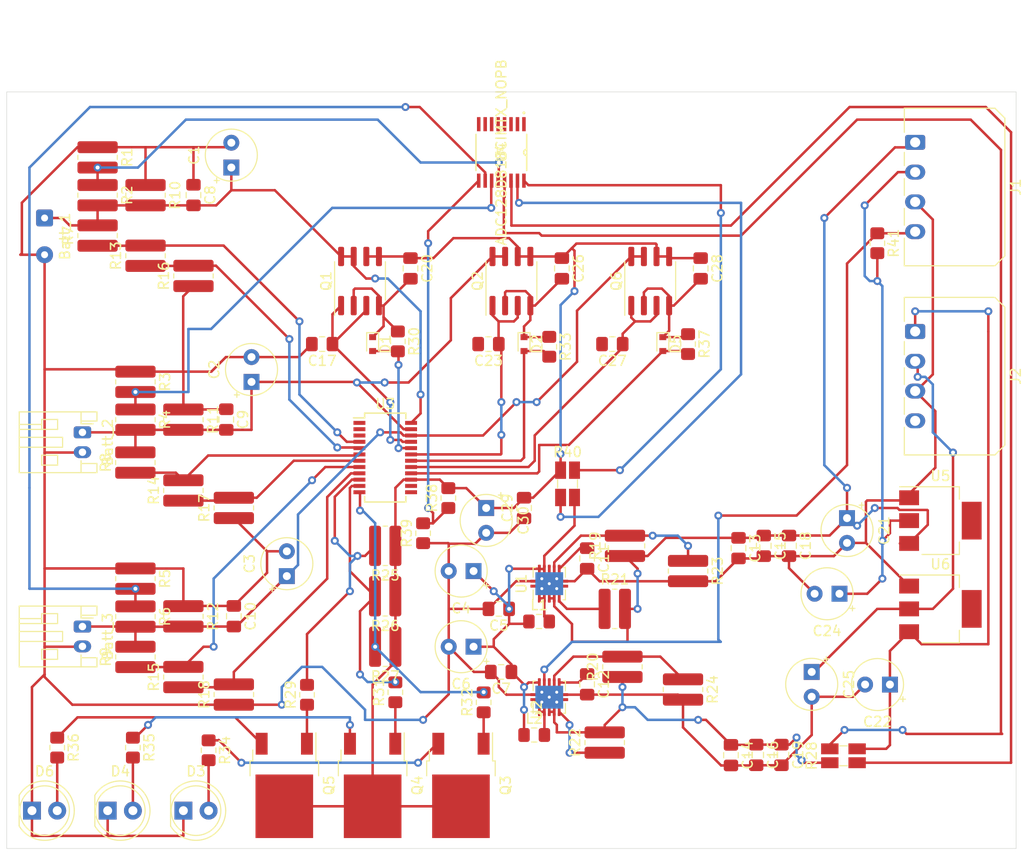
<source format=kicad_pcb>
(kicad_pcb (version 20171130) (host pcbnew "(5.1.8)-1")
  (layers (0 F.Cu signal) (31 B.Cu signal) (34 B.Paste user) (35 F.Paste user) (36 B.SilkS user) (37 F.SilkS user) (38 B.Mask user) (39 F.Mask user) (44 Edge.Cuts user))
  (net 0 "")
  (net 1 "Net-(Batt_1-Pad1)")
  (net 2 GND)
  (net 3 "Net-(Batt_2-Pad1)")
  (net 4 "Net-(Batt_3-Pad1)")
  (net 5 VSelect)
  (net 6 "Net-(C11-Pad1)")
  (net 7 "Net-(C12-Pad1)")
  (net 8 Primary5V)
  (net 9 "Net-(C14-Pad1)")
  (net 10 "Net-(C17-Pad1)")
  (net 11 "Net-(C20-Pad1)")
  (net 12 "Net-(C20-Pad2)")
  (net 13 Payload5V)
  (net 14 "Net-(C23-Pad1)")
  (net 15 Primary3V3)
  (net 16 Payload3V3)
  (net 17 "Net-(C26-Pad2)")
  (net 18 "Net-(C27-Pad1)")
  (net 19 "Net-(C28-Pad2)")
  (net 20 "Net-(Q3-Pad1)")
  (net 21 "Net-(Q3-Pad3)")
  (net 22 "Net-(Q4-Pad3)")
  (net 23 "Net-(Q4-Pad1)")
  (net 24 "Net-(Q5-Pad1)")
  (net 25 "Net-(Q5-Pad3)")
  (net 26 IN4)
  (net 27 IN5)
  (net 28 IN6)
  (net 29 "Net-(R13-Pad2)")
  (net 30 "Net-(R14-Pad2)")
  (net 31 "Net-(R15-Pad2)")
  (net 32 "Net-(R13-Pad1)")
  (net 33 "Net-(R14-Pad1)")
  (net 34 "Net-(R15-Pad1)")
  (net 35 "Net-(R19-Pad2)")
  (net 36 "Net-(R20-Pad2)")
  (net 37 "Net-(R21-Pad1)")
  (net 38 "Net-(R22-Pad1)")
  (net 39 "Net-(R25-Pad2)")
  (net 40 "Net-(R26-Pad2)")
  (net 41 "Net-(R27-Pad2)")
  (net 42 IN2)
  (net 43 IN3)
  (net 44 "Net-(D1-Pad2)")
  (net 45 "Net-(D2-Pad2)")
  (net 46 "Net-(D3-Pad2)")
  (net 47 "Net-(D4-Pad2)")
  (net 48 "Net-(D6-Pad2)")
  (net 49 "Net-(D5-Pad2)")
  (net 50 IN7)
  (net 51 IN0)
  (net 52 IN1)
  (net 53 PayloadEnable)
  (net 54 "Net-(L1-Pad2)")
  (net 55 "Net-(U1-Pad8)")
  (net 56 "Net-(U2-Pad8)")
  (net 57 "Net-(L2-Pad2)")
  (net 58 "Net-(U3-Pad1)")
  (net 59 "Net-(U3-Pad2)")
  (net 60 "Net-(U3-Pad3)")
  (net 61 "Net-(U3-Pad13)")
  (net 62 "Net-(U3-Pad14)")
  (net 63 "Net-(J2-Pad4)")
  (net 64 "Net-(U4-Pad1)")
  (net 65 "Net-(U4-Pad2)")
  (net 66 "Net-(U4-Pad3)")
  (net 67 "Net-(U4-Pad4)")
  (net 68 "Net-(U4-Pad5)")
  (net 69 "Net-(U4-Pad6)")
  (net 70 "Net-(U4-Pad7)")
  (net 71 "Net-(U4-Pad8)")
  (module Connector_Molex:Molex_Micro-Fit_3.0_43650-0400_1x04_P3.00mm_Horizontal (layer F.Cu) (at 104.14 36.83 270)
    (fp_text reference J2 (at 4.5 -10.12 90) (layer F.SilkS))
    (fp_text value Conn_01x04_Female)
    (pad 4 thru_hole oval (at 9 0 270) (size 1.5 2.02) (drill 1.02) (layers *.Cu *.Mask) (net 63 "Net-(J2-Pad4)"))
    (pad 3 thru_hole oval (at 6 0 270) (size 1.5 2.02) (drill 1.02) (layers *.Cu *.Mask) (net 2 GND))
    (pad 2 thru_hole oval (at 3 0 270) (size 1.5 2.02) (drill 1.02) (layers *.Cu *.Mask) (net 16 Payload3V3))
    (pad 1 thru_hole roundrect (at 0 0 270) (size 1.5 2.02) (drill 1.02) (layers *.Cu *.Mask) (roundrect_rratio 0.166667) (net 13 Payload5V))
    (pad "" np_thru_hole circle (at 6.85 -4.32 270) (size 3 3) (drill 3) (layers *.Cu *.Mask))
    (pad "" np_thru_hole circle (at 2.15 -4.32 270) (size 3 3) (drill 3) (layers *.Cu *.Mask))
  )
  (module Connector_Wire:SolderWire-0.127sqmm_1x02_P3.7mm_D0.48mm_OD1mm (layer F.Cu) (at 16.51 25.4 270)
    (fp_text reference Batt_1 (at 1.85 -2.05 90) (layer F.SilkS))
    (fp_text value Conn_01x02)
    (pad 1 thru_hole roundrect (at 0 0 270) (size 1.7 1.7) (drill 0.7) (layers *.Cu *.Mask) (roundrect_rratio 0.147059) (net 1 "Net-(Batt_1-Pad1)"))
    (pad 2 thru_hole circle (at 3.7 0 270) (size 1.7 1.7) (drill 0.7) (layers *.Cu *.Mask) (net 2 GND))
  )
  (module Connector_JST:JST_PH_S2B-PH-K_1x02_P2.00mm_Horizontal (layer F.Cu) (at 20.32 46.99 270)
    (fp_text reference Batt_2 (at 1 -2.55 90) (layer F.SilkS))
    (fp_text value Conn_01x02)
    (pad 2 thru_hole oval (at 2 0 270) (size 1.2 1.75) (drill 0.75) (layers *.Cu *.Mask) (net 2 GND))
    (pad 1 thru_hole roundrect (at 0 0 270) (size 1.2 1.75) (drill 0.75) (layers *.Cu *.Mask) (roundrect_rratio 0.208333) (net 3 "Net-(Batt_2-Pad1)"))
  )
  (module Connector_JST:JST_PH_S2B-PH-K_1x02_P2.00mm_Horizontal (layer F.Cu) (at 20.32 66.548 270)
    (fp_text reference Batt_3 (at 1 -2.55 90) (layer F.SilkS))
    (fp_text value Conn_01x02)
    (pad 1 thru_hole roundrect (at 0 0 270) (size 1.2 1.75) (drill 0.75) (layers *.Cu *.Mask) (roundrect_rratio 0.208333) (net 4 "Net-(Batt_3-Pad1)"))
    (pad 2 thru_hole oval (at 2 0 270) (size 1.2 1.75) (drill 0.75) (layers *.Cu *.Mask) (net 2 GND))
  )
  (module Capacitor_SMD:C_0805_2012Metric_Pad1.18x1.45mm_HandSolder (layer F.Cu) (at 62.23 64.77 180)
    (fp_text reference C5 (at 0 -1.68) (layer F.SilkS))
    (fp_text value 22uF)
    (pad 2 smd roundrect (at 1.0375 0 180) (size 1.175 1.45) (layers F.Cu F.Paste F.Mask) (roundrect_rratio 0.212766) (net 2 GND))
    (pad 1 smd roundrect (at -1.0375 0 180) (size 1.175 1.45) (layers F.Cu F.Paste F.Mask) (roundrect_rratio 0.212766) (net 5 VSelect))
  )
  (module Capacitor_SMD:C_0805_2012Metric_Pad1.18x1.45mm_HandSolder (layer F.Cu) (at 62.4625 71.12 180)
    (fp_text reference C7 (at 0 -1.68) (layer F.SilkS))
    (fp_text value 22uF)
    (pad 2 smd roundrect (at 1.0375 0 180) (size 1.175 1.45) (layers F.Cu F.Paste F.Mask) (roundrect_rratio 0.212766) (net 2 GND))
    (pad 1 smd roundrect (at -1.0375 0 180) (size 1.175 1.45) (layers F.Cu F.Paste F.Mask) (roundrect_rratio 0.212766) (net 5 VSelect))
  )
  (module Capacitor_SMD:C_0805_2012Metric_Pad1.18x1.45mm_HandSolder (layer F.Cu) (at 31.496 23.0925 270)
    (fp_text reference C8 (at 0 -1.68 90) (layer F.SilkS))
    (fp_text value 68uF)
    (pad 1 smd roundrect (at -1.0375 0 270) (size 1.175 1.45) (layers F.Cu F.Paste F.Mask) (roundrect_rratio 0.212766) (net 2 GND))
    (pad 2 smd roundrect (at 1.0375 0 270) (size 1.175 1.45) (layers F.Cu F.Paste F.Mask) (roundrect_rratio 0.212766) (net 1 "Net-(Batt_1-Pad1)"))
  )
  (module Capacitor_SMD:C_0805_2012Metric_Pad1.18x1.45mm_HandSolder (layer F.Cu) (at 34.798 45.6985 270)
    (fp_text reference C9 (at 0 -1.68 90) (layer F.SilkS))
    (fp_text value 68uF)
    (pad 1 smd roundrect (at -1.0375 0 270) (size 1.175 1.45) (layers F.Cu F.Paste F.Mask) (roundrect_rratio 0.212766) (net 2 GND))
    (pad 2 smd roundrect (at 1.0375 0 270) (size 1.175 1.45) (layers F.Cu F.Paste F.Mask) (roundrect_rratio 0.212766) (net 3 "Net-(Batt_2-Pad1)"))
  )
  (module Capacitor_SMD:C_0805_2012Metric_Pad1.18x1.45mm_HandSolder (layer F.Cu) (at 35.56 65.5105 270)
    (fp_text reference C10 (at 0 -1.68 90) (layer F.SilkS))
    (fp_text value 68uF)
    (pad 2 smd roundrect (at 1.0375 0 270) (size 1.175 1.45) (layers F.Cu F.Paste F.Mask) (roundrect_rratio 0.212766) (net 4 "Net-(Batt_3-Pad1)"))
    (pad 1 smd roundrect (at -1.0375 0 270) (size 1.175 1.45) (layers F.Cu F.Paste F.Mask) (roundrect_rratio 0.212766) (net 2 GND))
  )
  (module Capacitor_SMD:C_0805_2012Metric_Pad1.18x1.45mm_HandSolder (layer F.Cu) (at 71.12 59.69 270)
    (fp_text reference C11 (at 0 -1.68 90) (layer F.SilkS))
    (fp_text value 10nF)
    (pad 1 smd roundrect (at -1.0375 0 270) (size 1.175 1.45) (layers F.Cu F.Paste F.Mask) (roundrect_rratio 0.212766) (net 6 "Net-(C11-Pad1)"))
    (pad 2 smd roundrect (at 1.0375 0 270) (size 1.175 1.45) (layers F.Cu F.Paste F.Mask) (roundrect_rratio 0.212766) (net 2 GND))
  )
  (module Capacitor_SMD:C_0805_2012Metric_Pad1.18x1.45mm_HandSolder (layer F.Cu) (at 71.12 72.3685 270)
    (fp_text reference C12 (at 0 -1.68 90) (layer F.SilkS))
    (fp_text value 10nF)
    (pad 1 smd roundrect (at -1.0375 0 270) (size 1.175 1.45) (layers F.Cu F.Paste F.Mask) (roundrect_rratio 0.212766) (net 7 "Net-(C12-Pad1)"))
    (pad 2 smd roundrect (at 1.0375 0 270) (size 1.175 1.45) (layers F.Cu F.Paste F.Mask) (roundrect_rratio 0.212766) (net 2 GND))
  )
  (module Capacitor_SMD:C_0805_2012Metric_Pad1.18x1.45mm_HandSolder (layer F.Cu) (at 86.36 58.6525 270)
    (fp_text reference C13 (at 0 -1.68 90) (layer F.SilkS))
    (fp_text value 22uF)
    (pad 2 smd roundrect (at 1.0375 0 270) (size 1.175 1.45) (layers F.Cu F.Paste F.Mask) (roundrect_rratio 0.212766) (net 2 GND))
    (pad 1 smd roundrect (at -1.0375 0 270) (size 1.175 1.45) (layers F.Cu F.Paste F.Mask) (roundrect_rratio 0.212766) (net 8 Primary5V))
  )
  (module Capacitor_SMD:C_0805_2012Metric_Pad1.18x1.45mm_HandSolder (layer F.Cu) (at 85.598 79.502 270)
    (fp_text reference C14 (at 0 -1.68 90) (layer F.SilkS))
    (fp_text value 22uF)
    (pad 2 smd roundrect (at 1.0375 0 270) (size 1.175 1.45) (layers F.Cu F.Paste F.Mask) (roundrect_rratio 0.212766) (net 2 GND))
    (pad 1 smd roundrect (at -1.0375 0 270) (size 1.175 1.45) (layers F.Cu F.Paste F.Mask) (roundrect_rratio 0.212766) (net 9 "Net-(C14-Pad1)"))
  )
  (module Capacitor_SMD:C_0805_2012Metric_Pad1.18x1.45mm_HandSolder (layer F.Cu) (at 88.9 58.42 270)
    (fp_text reference C15 (at 0 -1.68 90) (layer F.SilkS))
    (fp_text value 22uF)
    (pad 1 smd roundrect (at -1.0375 0 270) (size 1.175 1.45) (layers F.Cu F.Paste F.Mask) (roundrect_rratio 0.212766) (net 8 Primary5V))
    (pad 2 smd roundrect (at 1.0375 0 270) (size 1.175 1.45) (layers F.Cu F.Paste F.Mask) (roundrect_rratio 0.212766) (net 2 GND))
  )
  (module Capacitor_SMD:C_0805_2012Metric_Pad1.18x1.45mm_HandSolder (layer F.Cu) (at 88.138 79.4805 270)
    (fp_text reference C16 (at 0 -1.68 90) (layer F.SilkS))
    (fp_text value 22uF)
    (pad 2 smd roundrect (at 1.0375 0 270) (size 1.175 1.45) (layers F.Cu F.Paste F.Mask) (roundrect_rratio 0.212766) (net 2 GND))
    (pad 1 smd roundrect (at -1.0375 0 270) (size 1.175 1.45) (layers F.Cu F.Paste F.Mask) (roundrect_rratio 0.212766) (net 9 "Net-(C14-Pad1)"))
  )
  (module Capacitor_SMD:C_0805_2012Metric_Pad1.18x1.45mm_HandSolder (layer F.Cu) (at 44.45 38.1 180)
    (fp_text reference C17 (at 0 -1.68) (layer F.SilkS))
    (fp_text value 100nF)
    (pad 2 smd roundrect (at 1.0375 0 180) (size 1.175 1.45) (layers F.Cu F.Paste F.Mask) (roundrect_rratio 0.212766) (net 2 GND))
    (pad 1 smd roundrect (at -1.0375 0 180) (size 1.175 1.45) (layers F.Cu F.Paste F.Mask) (roundrect_rratio 0.212766) (net 10 "Net-(C17-Pad1)"))
  )
  (module Capacitor_SMD:C_0805_2012Metric_Pad1.18x1.45mm_HandSolder (layer F.Cu) (at 91.44 58.42 270)
    (fp_text reference C18 (at 0 -1.68 90) (layer F.SilkS))
    (fp_text value 22uF)
    (pad 2 smd roundrect (at 1.0375 0 270) (size 1.175 1.45) (layers F.Cu F.Paste F.Mask) (roundrect_rratio 0.212766) (net 2 GND))
    (pad 1 smd roundrect (at -1.0375 0 270) (size 1.175 1.45) (layers F.Cu F.Paste F.Mask) (roundrect_rratio 0.212766) (net 8 Primary5V))
  )
  (module Capacitor_SMD:C_0805_2012Metric_Pad1.18x1.45mm_HandSolder (layer F.Cu) (at 90.678 79.4805 270)
    (fp_text reference C19 (at 0 -1.68 90) (layer F.SilkS))
    (fp_text value 22uF)
    (pad 1 smd roundrect (at -1.0375 0 270) (size 1.175 1.45) (layers F.Cu F.Paste F.Mask) (roundrect_rratio 0.212766) (net 9 "Net-(C14-Pad1)"))
    (pad 2 smd roundrect (at 1.0375 0 270) (size 1.175 1.45) (layers F.Cu F.Paste F.Mask) (roundrect_rratio 0.212766) (net 2 GND))
  )
  (module Capacitor_SMD:C_0805_2012Metric_Pad1.18x1.45mm_HandSolder (layer F.Cu) (at 53.34 30.48 270)
    (fp_text reference C20 (at 0 -1.68 90) (layer F.SilkS))
    (fp_text value 10nF)
    (pad 1 smd roundrect (at -1.0375 0 270) (size 1.175 1.45) (layers F.Cu F.Paste F.Mask) (roundrect_rratio 0.212766) (net 11 "Net-(C20-Pad1)"))
    (pad 2 smd roundrect (at 1.0375 0 270) (size 1.175 1.45) (layers F.Cu F.Paste F.Mask) (roundrect_rratio 0.212766) (net 12 "Net-(C20-Pad2)"))
  )
  (module Capacitor_SMD:C_0805_2012Metric_Pad1.18x1.45mm_HandSolder (layer F.Cu) (at 61.1925 38.1 180)
    (fp_text reference C23 (at 0 -1.68) (layer F.SilkS))
    (fp_text value 100nF)
    (pad 2 smd roundrect (at 1.0375 0 180) (size 1.175 1.45) (layers F.Cu F.Paste F.Mask) (roundrect_rratio 0.212766) (net 2 GND))
    (pad 1 smd roundrect (at -1.0375 0 180) (size 1.175 1.45) (layers F.Cu F.Paste F.Mask) (roundrect_rratio 0.212766) (net 14 "Net-(C23-Pad1)"))
  )
  (module Capacitor_SMD:C_0805_2012Metric_Pad1.18x1.45mm_HandSolder (layer F.Cu) (at 68.58 30.48 270)
    (fp_text reference C26 (at 0 -1.68 90) (layer F.SilkS))
    (fp_text value 10nF)
    (pad 1 smd roundrect (at -1.0375 0 270) (size 1.175 1.45) (layers F.Cu F.Paste F.Mask) (roundrect_rratio 0.212766) (net 11 "Net-(C20-Pad1)"))
    (pad 2 smd roundrect (at 1.0375 0 270) (size 1.175 1.45) (layers F.Cu F.Paste F.Mask) (roundrect_rratio 0.212766) (net 17 "Net-(C26-Pad2)"))
  )
  (module Capacitor_SMD:C_0805_2012Metric_Pad1.18x1.45mm_HandSolder (layer F.Cu) (at 73.66 38.1 180)
    (fp_text reference C27 (at 0 -1.68) (layer F.SilkS))
    (fp_text value 100nF)
    (pad 1 smd roundrect (at -1.0375 0 180) (size 1.175 1.45) (layers F.Cu F.Paste F.Mask) (roundrect_rratio 0.212766) (net 18 "Net-(C27-Pad1)"))
    (pad 2 smd roundrect (at 1.0375 0 180) (size 1.175 1.45) (layers F.Cu F.Paste F.Mask) (roundrect_rratio 0.212766) (net 2 GND))
  )
  (module Capacitor_SMD:C_0805_2012Metric_Pad1.18x1.45mm_HandSolder (layer F.Cu) (at 82.55 30.48 270)
    (fp_text reference C28 (at 0 -1.68 90) (layer F.SilkS))
    (fp_text value 10nF)
    (pad 1 smd roundrect (at -1.0375 0 270) (size 1.175 1.45) (layers F.Cu F.Paste F.Mask) (roundrect_rratio 0.212766) (net 11 "Net-(C20-Pad1)"))
    (pad 2 smd roundrect (at 1.0375 0 270) (size 1.175 1.45) (layers F.Cu F.Paste F.Mask) (roundrect_rratio 0.212766) (net 19 "Net-(C28-Pad2)"))
  )
  (module Capacitor_SMD:C_0805_2012Metric_Pad1.18x1.45mm_HandSolder (layer F.Cu) (at 64.77 54.61 90)
    (fp_text reference C29 (at 0 -1.68 90) (layer F.SilkS))
    (fp_text value 47uF)
    (pad 2 smd roundrect (at 1.0375 0 90) (size 1.175 1.45) (layers F.Cu F.Paste F.Mask) (roundrect_rratio 0.212766) (net 11 "Net-(C20-Pad1)"))
    (pad 1 smd roundrect (at -1.0375 0 90) (size 1.175 1.45) (layers F.Cu F.Paste F.Mask) (roundrect_rratio 0.212766) (net 2 GND))
  )
  (module Package_SO:SOIC-8_3.9x4.9mm_P1.27mm (layer F.Cu) (at 48.26 31.75 90)
    (fp_text reference Q1 (at 0 -3.4 90) (layer F.SilkS))
    (fp_text value Si4931DY)
    (pad 8 smd roundrect (at 2.475 -1.905 90) (size 1.95 0.6) (layers F.Cu F.Paste F.Mask) (net 1 "Net-(Batt_1-Pad1)"))
    (pad 7 smd roundrect (at 2.475 -0.635 90) (size 1.95 0.6) (layers F.Cu F.Paste F.Mask) (net 1 "Net-(Batt_1-Pad1)"))
    (pad 6 smd roundrect (at 2.475 0.635 90) (size 1.95 0.6) (layers F.Cu F.Paste F.Mask) (net 11 "Net-(C20-Pad1)"))
    (pad 5 smd roundrect (at 2.475 1.905 90) (size 1.95 0.6) (layers F.Cu F.Paste F.Mask) (net 11 "Net-(C20-Pad1)"))
    (pad 4 smd roundrect (at -2.475 1.905 90) (size 1.95 0.6) (layers F.Cu F.Paste F.Mask) (net 12 "Net-(C20-Pad2)"))
    (pad 3 smd roundrect (at -2.475 0.635 90) (size 1.95 0.6) (layers F.Cu F.Paste F.Mask) (net 10 "Net-(C17-Pad1)"))
    (pad 2 smd roundrect (at -2.475 -0.635 90) (size 1.95 0.6) (layers F.Cu F.Paste F.Mask) (net 12 "Net-(C20-Pad2)"))
    (pad 1 smd roundrect (at -2.475 -1.905 90) (size 1.95 0.6) (layers F.Cu F.Paste F.Mask) (net 10 "Net-(C17-Pad1)"))
  )
  (module Package_SO:SOIC-8_3.9x4.9mm_P1.27mm (layer F.Cu) (at 63.5 31.75 90)
    (fp_text reference Q2 (at 0 -3.4 90) (layer F.SilkS))
    (fp_text value Si4931DY)
    (pad 1 smd roundrect (at -2.475 -1.905 90) (size 1.95 0.6) (layers F.Cu F.Paste F.Mask) (net 14 "Net-(C23-Pad1)"))
    (pad 2 smd roundrect (at -2.475 -0.635 90) (size 1.95 0.6) (layers F.Cu F.Paste F.Mask) (net 17 "Net-(C26-Pad2)"))
    (pad 3 smd roundrect (at -2.475 0.635 90) (size 1.95 0.6) (layers F.Cu F.Paste F.Mask) (net 14 "Net-(C23-Pad1)"))
    (pad 4 smd roundrect (at -2.475 1.905 90) (size 1.95 0.6) (layers F.Cu F.Paste F.Mask) (net 17 "Net-(C26-Pad2)"))
    (pad 5 smd roundrect (at 2.475 1.905 90) (size 1.95 0.6) (layers F.Cu F.Paste F.Mask) (net 11 "Net-(C20-Pad1)"))
    (pad 6 smd roundrect (at 2.475 0.635 90) (size 1.95 0.6) (layers F.Cu F.Paste F.Mask) (net 11 "Net-(C20-Pad1)"))
    (pad 7 smd roundrect (at 2.475 -0.635 90) (size 1.95 0.6) (layers F.Cu F.Paste F.Mask) (net 3 "Net-(Batt_2-Pad1)"))
    (pad 8 smd roundrect (at 2.475 -1.905 90) (size 1.95 0.6) (layers F.Cu F.Paste F.Mask) (net 3 "Net-(Batt_2-Pad1)"))
  )
  (module Package_TO_SOT_SMD:TO-252-2 (layer F.Cu) (at 58.42 82.55 270)
    (fp_text reference Q3 (at 0 -4.5 90) (layer F.SilkS))
    (fp_text value DMG2305UX)
    (pad 1 smd rect (at -4.2 -2.28 270) (size 2.2 1.2) (layers F.Cu F.Paste F.Mask) (net 20 "Net-(Q3-Pad1)"))
    (pad 3 smd rect (at -4.2 2.28 270) (size 2.2 1.2) (layers F.Cu F.Paste F.Mask) (net 21 "Net-(Q3-Pad3)"))
    (pad 2 smd rect (at 2.1 0 270) (size 6.4 5.8) (layers F.Cu F.Mask) (net 11 "Net-(C20-Pad1)"))
  )
  (module Package_TO_SOT_SMD:TO-252-2 (layer F.Cu) (at 49.53 82.55 270)
    (fp_text reference Q4 (at 0 -4.5 90) (layer F.SilkS))
    (fp_text value DMG2305UX)
    (pad 2 smd rect (at 2.1 0 270) (size 6.4 5.8) (layers F.Cu F.Mask) (net 11 "Net-(C20-Pad1)"))
    (pad 3 smd rect (at -4.2 2.28 270) (size 2.2 1.2) (layers F.Cu F.Paste F.Mask) (net 22 "Net-(Q4-Pad3)"))
    (pad 1 smd rect (at -4.2 -2.28 270) (size 2.2 1.2) (layers F.Cu F.Paste F.Mask) (net 23 "Net-(Q4-Pad1)"))
  )
  (module Package_TO_SOT_SMD:TO-252-2 (layer F.Cu) (at 40.64 82.55 270)
    (fp_text reference Q5 (at 0 -4.5 90) (layer F.SilkS))
    (fp_text value DMG2305UX)
    (pad 1 smd rect (at -4.2 -2.28 270) (size 2.2 1.2) (layers F.Cu F.Paste F.Mask) (net 24 "Net-(Q5-Pad1)"))
    (pad 3 smd rect (at -4.2 2.28 270) (size 2.2 1.2) (layers F.Cu F.Paste F.Mask) (net 25 "Net-(Q5-Pad3)"))
    (pad 2 smd rect (at 2.1 0 270) (size 6.4 5.8) (layers F.Cu F.Mask) (net 11 "Net-(C20-Pad1)"))
  )
  (module Package_SO:SOIC-8_3.9x4.9mm_P1.27mm (layer F.Cu) (at 77.47 31.75 90)
    (fp_text reference Q6 (at 0 -3.4 90) (layer F.SilkS))
    (fp_text value Si4931DY)
    (pad 1 smd roundrect (at -2.475 -1.905 90) (size 1.95 0.6) (layers F.Cu F.Paste F.Mask) (net 18 "Net-(C27-Pad1)"))
    (pad 2 smd roundrect (at -2.475 -0.635 90) (size 1.95 0.6) (layers F.Cu F.Paste F.Mask) (net 19 "Net-(C28-Pad2)"))
    (pad 3 smd roundrect (at -2.475 0.635 90) (size 1.95 0.6) (layers F.Cu F.Paste F.Mask) (net 18 "Net-(C27-Pad1)"))
    (pad 4 smd roundrect (at -2.475 1.905 90) (size 1.95 0.6) (layers F.Cu F.Paste F.Mask) (net 19 "Net-(C28-Pad2)"))
    (pad 5 smd roundrect (at 2.475 1.905 90) (size 1.95 0.6) (layers F.Cu F.Paste F.Mask) (net 11 "Net-(C20-Pad1)"))
    (pad 6 smd roundrect (at 2.475 0.635 90) (size 1.95 0.6) (layers F.Cu F.Paste F.Mask) (net 11 "Net-(C20-Pad1)"))
    (pad 7 smd roundrect (at 2.475 -0.635 90) (size 1.95 0.6) (layers F.Cu F.Paste F.Mask) (net 4 "Net-(Batt_3-Pad1)"))
    (pad 8 smd roundrect (at 2.475 -1.905 90) (size 1.95 0.6) (layers F.Cu F.Paste F.Mask) (net 4 "Net-(Batt_3-Pad1)"))
  )
  (module Resistor_SMD:R_0815_2038Metric_Pad1.20x4.05mm_HandSolder (layer F.Cu) (at 21.844 19.295 270)
    (fp_text reference R1 (at 0 -2.98 90) (layer F.SilkS))
    (fp_text value 560k)
    (pad 2 smd roundrect (at 1.025 0 270) (size 1.2 4.05) (layers F.Cu F.Paste F.Mask) (roundrect_rratio 0.208333) (net 26 IN4))
    (pad 1 smd roundrect (at -1.025 0 270) (size 1.2 4.05) (layers F.Cu F.Paste F.Mask) (roundrect_rratio 0.208333) (net 2 GND))
  )
  (module Resistor_SMD:R_0815_2038Metric_Pad1.20x4.05mm_HandSolder (layer F.Cu) (at 21.844 23.105 270)
    (fp_text reference R2 (at 0 -2.98 90) (layer F.SilkS))
    (fp_text value 560k)
    (pad 1 smd roundrect (at -1.025 0 270) (size 1.2 4.05) (layers F.Cu F.Paste F.Mask) (roundrect_rratio 0.208333) (net 26 IN4))
    (pad 2 smd roundrect (at 1.025 0 270) (size 1.2 4.05) (layers F.Cu F.Paste F.Mask) (roundrect_rratio 0.208333) (net 1 "Net-(Batt_1-Pad1)"))
  )
  (module Resistor_SMD:R_0815_2038Metric_Pad1.20x4.05mm_HandSolder (layer F.Cu) (at 25.654 41.901 270)
    (fp_text reference R3 (at 0 -2.98 90) (layer F.SilkS))
    (fp_text value 560k)
    (pad 2 smd roundrect (at 1.025 0 270) (size 1.2 4.05) (layers F.Cu F.Paste F.Mask) (roundrect_rratio 0.208333) (net 27 IN5))
    (pad 1 smd roundrect (at -1.025 0 270) (size 1.2 4.05) (layers F.Cu F.Paste F.Mask) (roundrect_rratio 0.208333) (net 2 GND))
  )
  (module Resistor_SMD:R_0815_2038Metric_Pad1.20x4.05mm_HandSolder (layer F.Cu) (at 25.654 45.711 270)
    (fp_text reference R4 (at 0 -2.98 90) (layer F.SilkS))
    (fp_text value 560k)
    (pad 1 smd roundrect (at -1.025 0 270) (size 1.2 4.05) (layers F.Cu F.Paste F.Mask) (roundrect_rratio 0.208333) (net 27 IN5))
    (pad 2 smd roundrect (at 1.025 0 270) (size 1.2 4.05) (layers F.Cu F.Paste F.Mask) (roundrect_rratio 0.208333) (net 3 "Net-(Batt_2-Pad1)"))
  )
  (module Resistor_SMD:R_0815_2038Metric_Pad1.20x4.05mm_HandSolder (layer F.Cu) (at 25.654 61.722 270)
    (fp_text reference R5 (at 0 -2.98 90) (layer F.SilkS))
    (fp_text value 560k)
    (pad 2 smd roundrect (at 1.025 0 270) (size 1.2 4.05) (layers F.Cu F.Paste F.Mask) (roundrect_rratio 0.208333) (net 28 IN6))
    (pad 1 smd roundrect (at -1.025 0 270) (size 1.2 4.05) (layers F.Cu F.Paste F.Mask) (roundrect_rratio 0.208333) (net 2 GND))
  )
  (module Resistor_SMD:R_0815_2038Metric_Pad1.20x4.05mm_HandSolder (layer F.Cu) (at 25.654 65.541 270)
    (fp_text reference R6 (at 0 -2.98 90) (layer F.SilkS))
    (fp_text value 560k)
    (pad 1 smd roundrect (at -1.025 0 270) (size 1.2 4.05) (layers F.Cu F.Paste F.Mask) (roundrect_rratio 0.208333) (net 28 IN6))
    (pad 2 smd roundrect (at 1.025 0 270) (size 1.2 4.05) (layers F.Cu F.Paste F.Mask) (roundrect_rratio 0.208333) (net 4 "Net-(Batt_3-Pad1)"))
  )
  (module Resistor_SMD:R_0815_2038Metric_Pad1.20x4.05mm_HandSolder (layer F.Cu) (at 21.844 27.169 90)
    (fp_text reference R7 (at 0 -2.98 90) (layer F.SilkS))
    (fp_text value 680k)
    (pad 1 smd roundrect (at -1.025 0 90) (size 1.2 4.05) (layers F.Cu F.Paste F.Mask) (roundrect_rratio 0.208333) (net 29 "Net-(R13-Pad2)"))
    (pad 2 smd roundrect (at 1.025 0 90) (size 1.2 4.05) (layers F.Cu F.Paste F.Mask) (roundrect_rratio 0.208333) (net 1 "Net-(Batt_1-Pad1)"))
  )
  (module Resistor_SMD:R_0815_2038Metric_Pad1.20x4.05mm_HandSolder (layer F.Cu) (at 25.645 50.029 90)
    (fp_text reference R8 (at 0 -2.98 90) (layer F.SilkS))
    (fp_text value 680k)
    (pad 2 smd roundrect (at 1.025 0 90) (size 1.2 4.05) (layers F.Cu F.Paste F.Mask) (roundrect_rratio 0.208333) (net 3 "Net-(Batt_2-Pad1)"))
    (pad 1 smd roundrect (at -1.025 0 90) (size 1.2 4.05) (layers F.Cu F.Paste F.Mask) (roundrect_rratio 0.208333) (net 30 "Net-(R14-Pad2)"))
  )
  (module Resistor_SMD:R_0815_2038Metric_Pad1.20x4.05mm_HandSolder (layer F.Cu) (at 25.654 69.605 90)
    (fp_text reference R9 (at 0 -2.98 90) (layer F.SilkS))
    (fp_text value 680k)
    (pad 2 smd roundrect (at 1.025 0 90) (size 1.2 4.05) (layers F.Cu F.Paste F.Mask) (roundrect_rratio 0.208333) (net 4 "Net-(Batt_3-Pad1)"))
    (pad 1 smd roundrect (at -1.025 0 90) (size 1.2 4.05) (layers F.Cu F.Paste F.Mask) (roundrect_rratio 0.208333) (net 31 "Net-(R15-Pad2)"))
  )
  (module Resistor_SMD:R_0815_2038Metric_Pad1.20x4.05mm_HandSolder (layer F.Cu) (at 26.67 23.105 270)
    (fp_text reference R10 (at 0 -2.98 90) (layer F.SilkS))
    (fp_text value 1M)
    (pad 1 smd roundrect (at -1.025 0 270) (size 1.2 4.05) (layers F.Cu F.Paste F.Mask) (roundrect_rratio 0.208333) (net 2 GND))
    (pad 2 smd roundrect (at 1.025 0 270) (size 1.2 4.05) (layers F.Cu F.Paste F.Mask) (roundrect_rratio 0.208333) (net 1 "Net-(Batt_1-Pad1)"))
  )
  (module Resistor_SMD:R_0815_2038Metric_Pad1.20x4.05mm_HandSolder (layer F.Cu) (at 30.48 45.711 270)
    (fp_text reference R11 (at 0 -2.98 90) (layer F.SilkS))
    (fp_text value 1M)
    (pad 2 smd roundrect (at 1.025 0 270) (size 1.2 4.05) (layers F.Cu F.Paste F.Mask) (roundrect_rratio 0.208333) (net 3 "Net-(Batt_2-Pad1)"))
    (pad 1 smd roundrect (at -1.025 0 270) (size 1.2 4.05) (layers F.Cu F.Paste F.Mask) (roundrect_rratio 0.208333) (net 2 GND))
  )
  (module Resistor_SMD:R_0815_2038Metric_Pad1.20x4.05mm_HandSolder (layer F.Cu) (at 30.48 65.523 270)
    (fp_text reference R12 (at 0 -2.98 90) (layer F.SilkS))
    (fp_text value 1M)
    (pad 1 smd roundrect (at -1.025 0 270) (size 1.2 4.05) (layers F.Cu F.Paste F.Mask) (roundrect_rratio 0.208333) (net 2 GND))
    (pad 2 smd roundrect (at 1.025 0 270) (size 1.2 4.05) (layers F.Cu F.Paste F.Mask) (roundrect_rratio 0.208333) (net 4 "Net-(Batt_3-Pad1)"))
  )
  (module Resistor_SMD:R_0815_2038Metric_Pad1.20x4.05mm_HandSolder (layer F.Cu) (at 26.67 29.201 90)
    (fp_text reference R13 (at 0 -2.98 90) (layer F.SilkS))
    (fp_text value 68k)
    (pad 1 smd roundrect (at -1.025 0 90) (size 1.2 4.05) (layers F.Cu F.Paste F.Mask) (roundrect_rratio 0.208333) (net 32 "Net-(R13-Pad1)"))
    (pad 2 smd roundrect (at 1.025 0 90) (size 1.2 4.05) (layers F.Cu F.Paste F.Mask) (roundrect_rratio 0.208333) (net 29 "Net-(R13-Pad2)"))
  )
  (module Resistor_SMD:R_0815_2038Metric_Pad1.20x4.05mm_HandSolder (layer F.Cu) (at 30.48 52.841 90)
    (fp_text reference R14 (at 0 -2.98 90) (layer F.SilkS))
    (fp_text value 68k)
    (pad 2 smd roundrect (at 1.025 0 90) (size 1.2 4.05) (layers F.Cu F.Paste F.Mask) (roundrect_rratio 0.208333) (net 30 "Net-(R14-Pad2)"))
    (pad 1 smd roundrect (at -1.025 0 90) (size 1.2 4.05) (layers F.Cu F.Paste F.Mask) (roundrect_rratio 0.208333) (net 33 "Net-(R14-Pad1)"))
  )
  (module Resistor_SMD:R_0815_2038Metric_Pad1.20x4.05mm_HandSolder (layer F.Cu) (at 30.48 71.637 90)
    (fp_text reference R15 (at 0 -2.98 90) (layer F.SilkS))
    (fp_text value 68k)
    (pad 1 smd roundrect (at -1.025 0 90) (size 1.2 4.05) (layers F.Cu F.Paste F.Mask) (roundrect_rratio 0.208333) (net 34 "Net-(R15-Pad1)"))
    (pad 2 smd roundrect (at 1.025 0 90) (size 1.2 4.05) (layers F.Cu F.Paste F.Mask) (roundrect_rratio 0.208333) (net 31 "Net-(R15-Pad2)"))
  )
  (module Resistor_SMD:R_0815_2038Metric_Pad1.20x4.05mm_HandSolder (layer F.Cu) (at 31.496 31.233 90)
    (fp_text reference R16 (at 0 -2.98 90) (layer F.SilkS))
    (fp_text value 220k)
    (pad 1 smd roundrect (at -1.025 0 90) (size 1.2 4.05) (layers F.Cu F.Paste F.Mask) (roundrect_rratio 0.208333) (net 2 GND))
    (pad 2 smd roundrect (at 1.025 0 90) (size 1.2 4.05) (layers F.Cu F.Paste F.Mask) (roundrect_rratio 0.208333) (net 32 "Net-(R13-Pad1)"))
  )
  (module Resistor_SMD:R_0815_2038Metric_Pad1.20x4.05mm_HandSolder (layer F.Cu) (at 35.56 54.601 90)
    (fp_text reference R17 (at 0 -2.98 90) (layer F.SilkS))
    (fp_text value 220k)
    (pad 1 smd roundrect (at -1.025 0 90) (size 1.2 4.05) (layers F.Cu F.Paste F.Mask) (roundrect_rratio 0.208333) (net 2 GND))
    (pad 2 smd roundrect (at 1.025 0 90) (size 1.2 4.05) (layers F.Cu F.Paste F.Mask) (roundrect_rratio 0.208333) (net 33 "Net-(R14-Pad1)"))
  )
  (module Resistor_SMD:R_0815_2038Metric_Pad1.20x4.05mm_HandSolder (layer F.Cu) (at 35.56 73.397 90)
    (fp_text reference R18 (at 0 -2.98 90) (layer F.SilkS))
    (fp_text value 220k)
    (pad 2 smd roundrect (at 1.025 0 90) (size 1.2 4.05) (layers F.Cu F.Paste F.Mask) (roundrect_rratio 0.208333) (net 34 "Net-(R15-Pad1)"))
    (pad 1 smd roundrect (at -1.025 0 90) (size 1.2 4.05) (layers F.Cu F.Paste F.Mask) (roundrect_rratio 0.208333) (net 2 GND))
  )
  (module Resistor_SMD:R_0815_2038Metric_Pad1.20x4.05mm_HandSolder (layer F.Cu) (at 74.93 58.42 90)
    (fp_text reference R19 (at 0 -2.98 90) (layer F.SilkS))
    (fp_text value 402k)
    (pad 1 smd roundrect (at -1.025 0 90) (size 1.2 4.05) (layers F.Cu F.Paste F.Mask) (roundrect_rratio 0.208333) (net 8 Primary5V))
    (pad 2 smd roundrect (at 1.025 0 90) (size 1.2 4.05) (layers F.Cu F.Paste F.Mask) (roundrect_rratio 0.208333) (net 35 "Net-(R19-Pad2)"))
  )
  (module Resistor_SMD:R_0815_2038Metric_Pad1.20x4.05mm_HandSolder (layer F.Cu) (at 74.676 70.603 90)
    (fp_text reference R20 (at 0 -2.98 90) (layer F.SilkS))
    (fp_text value 402k)
    (pad 2 smd roundrect (at 1.025 0 90) (size 1.2 4.05) (layers F.Cu F.Paste F.Mask) (roundrect_rratio 0.208333) (net 36 "Net-(R20-Pad2)"))
    (pad 1 smd roundrect (at -1.025 0 90) (size 1.2 4.05) (layers F.Cu F.Paste F.Mask) (roundrect_rratio 0.208333) (net 9 "Net-(C14-Pad1)"))
  )
  (module Resistor_SMD:R_0815_2038Metric_Pad1.20x4.05mm_HandSolder (layer F.Cu) (at 73.905 64.77)
    (fp_text reference R21 (at 0 -2.98) (layer F.SilkS))
    (fp_text value 1.0Meg)
    (pad 2 smd roundrect (at 1.025 0) (size 1.2 4.05) (layers F.Cu F.Paste F.Mask) (roundrect_rratio 0.208333) (net 8 Primary5V))
    (pad 1 smd roundrect (at -1.025 0) (size 1.2 4.05) (layers F.Cu F.Paste F.Mask) (roundrect_rratio 0.208333) (net 37 "Net-(R21-Pad1)"))
  )
  (module Resistor_SMD:R_0815_2038Metric_Pad1.20x4.05mm_HandSolder (layer F.Cu) (at 72.889 78.232 90)
    (fp_text reference R22 (at 0 -2.98 90) (layer F.SilkS))
    (fp_text value 1.0Meg)
    (pad 1 smd roundrect (at -1.025 0 90) (size 1.2 4.05) (layers F.Cu F.Paste F.Mask) (roundrect_rratio 0.208333) (net 38 "Net-(R22-Pad1)"))
    (pad 2 smd roundrect (at 1.025 0 90) (size 1.2 4.05) (layers F.Cu F.Paste F.Mask) (roundrect_rratio 0.208333) (net 9 "Net-(C14-Pad1)"))
  )
  (module Resistor_SMD:R_0815_2038Metric_Pad1.20x4.05mm_HandSolder (layer F.Cu) (at 81.28 60.96 270)
    (fp_text reference R23 (at 0 -2.98 90) (layer F.SilkS))
    (fp_text value 100k)
    (pad 2 smd roundrect (at 1.025 0 270) (size 1.2 4.05) (layers F.Cu F.Paste F.Mask) (roundrect_rratio 0.208333) (net 2 GND))
    (pad 1 smd roundrect (at -1.025 0 270) (size 1.2 4.05) (layers F.Cu F.Paste F.Mask) (roundrect_rratio 0.208333) (net 35 "Net-(R19-Pad2)"))
  )
  (module Resistor_SMD:R_0815_2038Metric_Pad1.20x4.05mm_HandSolder (layer F.Cu) (at 80.772 72.889 270)
    (fp_text reference R24 (at 0 -2.98 90) (layer F.SilkS))
    (fp_text value 100k)
    (pad 2 smd roundrect (at 1.025 0 270) (size 1.2 4.05) (layers F.Cu F.Paste F.Mask) (roundrect_rratio 0.208333) (net 2 GND))
    (pad 1 smd roundrect (at -1.025 0 270) (size 1.2 4.05) (layers F.Cu F.Paste F.Mask) (roundrect_rratio 0.208333) (net 36 "Net-(R20-Pad2)"))
  )
  (module Resistor_SMD:R_0815_2038Metric_Pad1.20x4.05mm_HandSolder (layer F.Cu) (at 50.8 58.42 180)
    (fp_text reference R25 (at 0 -2.98) (layer F.SilkS))
    (fp_text value 500k)
    (pad 1 smd roundrect (at -1.025 0 180) (size 1.2 4.05) (layers F.Cu F.Paste F.Mask) (roundrect_rratio 0.208333) (net 11 "Net-(C20-Pad1)"))
    (pad 2 smd roundrect (at 1.025 0 180) (size 1.2 4.05) (layers F.Cu F.Paste F.Mask) (roundrect_rratio 0.208333) (net 39 "Net-(R25-Pad2)"))
  )
  (module Resistor_SMD:R_0815_2038Metric_Pad1.20x4.05mm_HandSolder (layer F.Cu) (at 50.791 63.5 180)
    (fp_text reference R26 (at 0 -2.98) (layer F.SilkS))
    (fp_text value 500k)
    (pad 2 smd roundrect (at 1.025 0 180) (size 1.2 4.05) (layers F.Cu F.Paste F.Mask) (roundrect_rratio 0.208333) (net 40 "Net-(R26-Pad2)"))
    (pad 1 smd roundrect (at -1.025 0 180) (size 1.2 4.05) (layers F.Cu F.Paste F.Mask) (roundrect_rratio 0.208333) (net 11 "Net-(C20-Pad1)"))
  )
  (module Resistor_SMD:R_0815_2038Metric_Pad1.20x4.05mm_HandSolder (layer F.Cu) (at 50.8 68.58 180)
    (fp_text reference R27 (at 0 -2.98) (layer F.SilkS))
    (fp_text value 500k)
    (pad 1 smd roundrect (at -1.025 0 180) (size 1.2 4.05) (layers F.Cu F.Paste F.Mask) (roundrect_rratio 0.208333) (net 11 "Net-(C20-Pad1)"))
    (pad 2 smd roundrect (at 1.025 0 180) (size 1.2 4.05) (layers F.Cu F.Paste F.Mask) (roundrect_rratio 0.208333) (net 41 "Net-(R27-Pad2)"))
  )
  (module Resistor_SMD:R_Shunt_Ohmite_LVK12 (layer F.Cu) (at 96.923 79.564 90)
    (fp_text reference R28 (at 0 -3.2 270) (layer F.SilkS))
    (fp_text value 0.1)
    (pad 4 smd rect (at 0.7 1.375 90) (size 1.1 1.75) (layers F.Cu F.Paste F.Mask) (net 13 Payload5V))
    (pad 3 smd rect (at -0.7 1.375 90) (size 1.1 1.75) (layers F.Cu F.Paste F.Mask) (net 42 IN2))
    (pad 2 smd rect (at 0.7 -1.375 90) (size 1.1 1.75) (layers F.Cu F.Paste F.Mask) (net 43 IN3))
    (pad 1 smd rect (at -0.7 -1.375 90) (size 1.1 1.75) (layers F.Cu F.Paste F.Mask) (net 9 "Net-(C14-Pad1)"))
  )
  (module Resistor_SMD:R_0805_2012Metric_Pad1.20x1.40mm_HandSolder (layer F.Cu) (at 42.926 73.422 90)
    (fp_text reference R29 (at 0 -1.65 90) (layer F.SilkS))
    (fp_text value 1k)
    (pad 2 smd roundrect (at 1 0 90) (size 1.2 1.4) (layers F.Cu F.Paste F.Mask) (roundrect_rratio 0.208333) (net 39 "Net-(R25-Pad2)"))
    (pad 1 smd roundrect (at -1 0 90) (size 1.2 1.4) (layers F.Cu F.Paste F.Mask) (roundrect_rratio 0.208333) (net 24 "Net-(Q5-Pad1)"))
  )
  (module Resistor_SMD:R_0805_2012Metric_Pad1.20x1.40mm_HandSolder (layer F.Cu) (at 52.07 37.83 270)
    (fp_text reference R30 (at 0 -1.65 90) (layer F.SilkS))
    (fp_text value 220)
    (pad 2 smd roundrect (at 1 0 270) (size 1.2 1.4) (layers F.Cu F.Paste F.Mask) (roundrect_rratio 0.208333) (net 44 "Net-(D1-Pad2)"))
    (pad 1 smd roundrect (at -1 0 270) (size 1.2 1.4) (layers F.Cu F.Paste F.Mask) (roundrect_rratio 0.208333) (net 12 "Net-(C20-Pad2)"))
  )
  (module Resistor_SMD:R_0805_2012Metric_Pad1.20x1.40mm_HandSolder (layer F.Cu) (at 51.816 73.168 90)
    (fp_text reference R31 (at 0 -1.65 90) (layer F.SilkS))
    (fp_text value 1k)
    (pad 1 smd roundrect (at -1 0 90) (size 1.2 1.4) (layers F.Cu F.Paste F.Mask) (roundrect_rratio 0.208333) (net 23 "Net-(Q4-Pad1)"))
    (pad 2 smd roundrect (at 1 0 90) (size 1.2 1.4) (layers F.Cu F.Paste F.Mask) (roundrect_rratio 0.208333) (net 40 "Net-(R26-Pad2)"))
  )
  (module Resistor_SMD:R_0805_2012Metric_Pad1.20x1.40mm_HandSolder (layer F.Cu) (at 60.706 74.184 90)
    (fp_text reference R32 (at 0 -1.65 90) (layer F.SilkS))
    (fp_text value 1k)
    (pad 1 smd roundrect (at -1 0 90) (size 1.2 1.4) (layers F.Cu F.Paste F.Mask) (roundrect_rratio 0.208333) (net 20 "Net-(Q3-Pad1)"))
    (pad 2 smd roundrect (at 1 0 90) (size 1.2 1.4) (layers F.Cu F.Paste F.Mask) (roundrect_rratio 0.208333) (net 41 "Net-(R27-Pad2)"))
  )
  (module Resistor_SMD:R_0805_2012Metric_Pad1.20x1.40mm_HandSolder (layer F.Cu) (at 67.31 38.37 270)
    (fp_text reference R33 (at 0 -1.65 90) (layer F.SilkS))
    (fp_text value 220)
    (pad 1 smd roundrect (at -1 0 270) (size 1.2 1.4) (layers F.Cu F.Paste F.Mask) (roundrect_rratio 0.208333) (net 17 "Net-(C26-Pad2)"))
    (pad 2 smd roundrect (at 1 0 270) (size 1.2 1.4) (layers F.Cu F.Paste F.Mask) (roundrect_rratio 0.208333) (net 45 "Net-(D2-Pad2)"))
  )
  (module Resistor_SMD:R_0805_2012Metric_Pad1.20x1.40mm_HandSolder (layer F.Cu) (at 33.02 79.01 270)
    (fp_text reference R34 (at 0 -1.65 90) (layer F.SilkS))
    (fp_text value 400)
    (pad 2 smd roundrect (at 1 0 270) (size 1.2 1.4) (layers F.Cu F.Paste F.Mask) (roundrect_rratio 0.208333) (net 46 "Net-(D3-Pad2)"))
    (pad 1 smd roundrect (at -1 0 270) (size 1.2 1.4) (layers F.Cu F.Paste F.Mask) (roundrect_rratio 0.208333) (net 21 "Net-(Q3-Pad3)"))
  )
  (module Resistor_SMD:R_0805_2012Metric_Pad1.20x1.40mm_HandSolder (layer F.Cu) (at 25.4 78.74 270)
    (fp_text reference R35 (at 0 -1.65 90) (layer F.SilkS))
    (fp_text value 400)
    (pad 2 smd roundrect (at 1 0 270) (size 1.2 1.4) (layers F.Cu F.Paste F.Mask) (roundrect_rratio 0.208333) (net 47 "Net-(D4-Pad2)"))
    (pad 1 smd roundrect (at -1 0 270) (size 1.2 1.4) (layers F.Cu F.Paste F.Mask) (roundrect_rratio 0.208333) (net 22 "Net-(Q4-Pad3)"))
  )
  (module Resistor_SMD:R_0805_2012Metric_Pad1.20x1.40mm_HandSolder (layer F.Cu) (at 17.78 78.74 270)
    (fp_text reference R36 (at 0 -1.65 90) (layer F.SilkS))
    (fp_text value 400)
    (pad 1 smd roundrect (at -1 0 270) (size 1.2 1.4) (layers F.Cu F.Paste F.Mask) (roundrect_rratio 0.208333) (net 25 "Net-(Q5-Pad3)"))
    (pad 2 smd roundrect (at 1 0 270) (size 1.2 1.4) (layers F.Cu F.Paste F.Mask) (roundrect_rratio 0.208333) (net 48 "Net-(D6-Pad2)"))
  )
  (module Resistor_SMD:R_0805_2012Metric_Pad1.20x1.40mm_HandSolder (layer F.Cu) (at 81.28 38.1 270)
    (fp_text reference R37 (at 0 -1.65 90) (layer F.SilkS))
    (fp_text value 220)
    (pad 2 smd roundrect (at 1 0 270) (size 1.2 1.4) (layers F.Cu F.Paste F.Mask) (roundrect_rratio 0.208333) (net 49 "Net-(D5-Pad2)"))
    (pad 1 smd roundrect (at -1 0 270) (size 1.2 1.4) (layers F.Cu F.Paste F.Mask) (roundrect_rratio 0.208333) (net 19 "Net-(C28-Pad2)"))
  )
  (module Resistor_SMD:R_0805_2012Metric_Pad1.20x1.40mm_HandSolder (layer F.Cu) (at 57.15 53.61 90)
    (fp_text reference R38 (at 0 -1.65 90) (layer F.SilkS))
    (fp_text value 560k)
    (pad 2 smd roundrect (at 1 0 90) (size 1.2 1.4) (layers F.Cu F.Paste F.Mask) (roundrect_rratio 0.208333) (net 11 "Net-(C20-Pad1)"))
    (pad 1 smd roundrect (at -1 0 90) (size 1.2 1.4) (layers F.Cu F.Paste F.Mask) (roundrect_rratio 0.208333) (net 50 IN7))
  )
  (module Resistor_SMD:R_0805_2012Metric_Pad1.20x1.40mm_HandSolder (layer F.Cu) (at 54.61 57.15 90)
    (fp_text reference R39 (at 0 -1.65 90) (layer F.SilkS))
    (fp_text value 560k)
    (pad 1 smd roundrect (at -1 0 90) (size 1.2 1.4) (layers F.Cu F.Paste F.Mask) (roundrect_rratio 0.208333) (net 2 GND))
    (pad 2 smd roundrect (at 1 0 90) (size 1.2 1.4) (layers F.Cu F.Paste F.Mask) (roundrect_rratio 0.208333) (net 50 IN7))
  )
  (module Resistor_SMD:R_Shunt_Ohmite_LVK12 (layer F.Cu) (at 69.15 52.175)
    (fp_text reference R40 (at 0 -3.2 180) (layer F.SilkS))
    (fp_text value 0.1)
    (pad 1 smd rect (at -0.7 -1.375) (size 1.1 1.75) (layers F.Cu F.Paste F.Mask) (net 11 "Net-(C20-Pad1)"))
    (pad 2 smd rect (at 0.7 -1.375) (size 1.1 1.75) (layers F.Cu F.Paste F.Mask) (net 51 IN0))
    (pad 3 smd rect (at -0.7 1.375) (size 1.1 1.75) (layers F.Cu F.Paste F.Mask) (net 52 IN1))
    (pad 4 smd rect (at 0.7 1.375) (size 1.1 1.75) (layers F.Cu F.Paste F.Mask) (net 5 VSelect))
  )
  (module Resistor_SMD:R_0805_2012Metric_Pad1.20x1.40mm_HandSolder (layer F.Cu) (at 100.33 27.94 270)
    (fp_text reference R41 (at 0 -1.65 90) (layer F.SilkS))
    (fp_text value 100k)
    (pad 1 smd roundrect (at -1 0 270) (size 1.2 1.4) (layers F.Cu F.Paste F.Mask) (roundrect_rratio 0.208333) (net 53 PayloadEnable))
    (pad 2 smd roundrect (at 1 0 270) (size 1.2 1.4) (layers F.Cu F.Paste F.Mask) (roundrect_rratio 0.208333) (net 15 Primary3V3))
  )
  (module Package_SON:Texas_S-PVSON-N10_ThermalVias (layer F.Cu) (at 67.31 62.23 90)
    (fp_text reference U1 (at 0 -2.8 90) (layer F.SilkS))
    (fp_text value TPS61230DRC)
    (pad 1 smd oval (at -1.475 -1 90) (size 0.85 0.28) (layers F.Cu F.Paste F.Mask) (net 54 "Net-(L1-Pad2)"))
    (pad 2 smd oval (at -1.475 -0.5 90) (size 0.85 0.28) (layers F.Cu F.Paste F.Mask) (net 54 "Net-(L1-Pad2)"))
    (pad 3 smd rect (at -1.76 0 90) (size 0.28 0.28) (layers F.Cu F.Paste F.Mask) (net 8 Primary5V))
    (pad 4 smd oval (at -1.475 0.5 90) (size 0.85 0.28) (layers F.Cu F.Paste F.Mask) (net 8 Primary5V))
    (pad 5 smd rect (at -1.76 1 90) (size 0.28 0.28) (layers F.Cu F.Paste F.Mask) (net 37 "Net-(R21-Pad1)"))
    (pad 6 smd oval (at 1.475 1 90) (size 0.85 0.28) (layers F.Cu F.Paste F.Mask) (net 6 "Net-(C11-Pad1)"))
    (pad 7 smd oval (at 1.475 0.5 90) (size 0.85 0.28) (layers F.Cu F.Paste F.Mask) (net 35 "Net-(R19-Pad2)"))
    (pad 8 smd rect (at 1.76 0 90) (size 0.28 0.28) (layers F.Cu F.Paste F.Mask) (net 55 "Net-(U1-Pad8)"))
    (pad 9 smd rect (at 1.76 -0.5 90) (size 0.28 0.28) (layers F.Cu F.Paste F.Mask) (net 5 VSelect))
    (pad 10 smd rect (at 1.76 -1 90) (size 0.28 0.28) (layers F.Cu F.Paste F.Mask) (net 5 VSelect))
    (pad 11 smd rect (at -0.45 -0.635 90) (size 0.68 1.05) (layers F.Cu F.Paste F.Mask) (net 2 GND))
    (pad 11 smd rect (at -0.25 -1.55 90) (size 0.28 0.7) (layers F.Cu F.Mask) (net 2 GND))
    (pad 11 smd rect (at -0.25 -1.63 90) (size 0.26 0.5) (layers F.Cu F.Paste F.Mask) (net 2 GND))
    (pad 11 smd rect (at 0.25 -1.55 90) (size 0.28 0.7) (layers F.Cu F.Mask) (net 2 GND))
    (pad 11 smd rect (at -0.25 1.55 90) (size 0.28 0.7) (layers F.Cu F.Mask) (net 2 GND))
    (pad 11 smd rect (at 0.25 1.55 90) (size 0.28 0.7) (layers F.Cu F.Mask) (net 2 GND))
    (pad 11 smd rect (at 0.25 -1.63 90) (size 0.26 0.5) (layers F.Cu F.Paste F.Mask) (net 2 GND))
    (pad 11 smd rect (at -0.25 1.63 90) (size 0.26 0.5) (layers F.Cu F.Paste F.Mask) (net 2 GND))
    (pad 11 smd rect (at 0.25 1.63 90) (size 0.26 0.5) (layers F.Cu F.Paste F.Mask) (net 2 GND))
    (pad 11 smd rect (at 0.45 -0.635 90) (size 0.68 1.05) (layers F.Cu F.Paste F.Mask) (net 2 GND))
    (pad 11 smd rect (at -0.45 0.635 90) (size 0.68 1.05) (layers F.Cu F.Paste F.Mask) (net 2 GND))
    (pad 11 smd rect (at 0.45 0.635 90) (size 0.68 1.05) (layers F.Cu F.Paste F.Mask) (net 2 GND))
    (pad 11 smd rect (at 0 0 90) (size 1.65 2.4) (layers F.Cu F.Mask) (net 2 GND))
    (pad 1 smd rect (at -1.76 -1 90) (size 0.28 0.28) (layers F.Cu F.Paste F.Mask) (net 54 "Net-(L1-Pad2)"))
    (pad 2 smd rect (at -1.76 -0.5 90) (size 0.28 0.28) (layers F.Cu F.Paste F.Mask) (net 54 "Net-(L1-Pad2)"))
    (pad 3 smd oval (at -1.475 0 90) (size 0.85 0.28) (layers F.Cu F.Paste F.Mask) (net 8 Primary5V))
    (pad 4 smd rect (at -1.76 0.5 90) (size 0.28 0.28) (layers F.Cu F.Paste F.Mask) (net 8 Primary5V))
    (pad 5 smd oval (at -1.475 1 90) (size 0.85 0.28) (layers F.Cu F.Paste F.Mask) (net 37 "Net-(R21-Pad1)"))
    (pad 6 smd rect (at 1.76 1 90) (size 0.28 0.28) (layers F.Cu F.Paste F.Mask) (net 6 "Net-(C11-Pad1)"))
    (pad 7 smd rect (at 1.76 0.5 90) (size 0.28 0.28) (layers F.Cu F.Paste F.Mask) (net 35 "Net-(R19-Pad2)"))
    (pad 8 smd oval (at 1.475 0 90) (size 0.85 0.28) (layers F.Cu F.Paste F.Mask) (net 55 "Net-(U1-Pad8)"))
    (pad 9 smd oval (at 1.475 -0.5 90) (size 0.85 0.28) (layers F.Cu F.Paste F.Mask) (net 5 VSelect))
    (pad 10 smd oval (at 1.475 -1 90) (size 0.85 0.28) (layers F.Cu F.Paste F.Mask) (net 5 VSelect))
    (pad 11 thru_hole circle (at 0.5 0.75 90) (size 0.6 0.6) (drill 0.3) (layers *.Cu *.Mask) (net 2 GND))
    (pad 11 thru_hole circle (at 0 0 90) (size 0.6 0.6) (drill 0.3) (layers *.Cu *.Mask) (net 2 GND))
    (pad 11 thru_hole circle (at 0.5 -0.75 90) (size 0.6 0.6) (drill 0.3) (layers *.Cu *.Mask) (net 2 GND))
    (pad 11 thru_hole circle (at -0.5 -0.75 90) (size 0.6 0.6) (drill 0.3) (layers *.Cu *.Mask) (net 2 GND))
    (pad 11 thru_hole circle (at -0.5 0.75 90) (size 0.6 0.6) (drill 0.3) (layers *.Cu *.Mask) (net 2 GND))
    (pad 11 smd rect (at 0 0 90) (size 2.3 2.8) (layers B.Cu) (net 2 GND))
  )
  (module Package_SON:Texas_S-PVSON-N10_ThermalVias (layer F.Cu) (at 67.31 73.66 90)
    (fp_text reference U2 (at -1.27 -1.27 90) (layer F.SilkS))
    (fp_text value TPS61230DRC)
    (pad 11 smd rect (at 0 0 90) (size 2.3 2.8) (layers B.Cu) (net 2 GND))
    (pad 11 thru_hole circle (at -0.5 0.75 90) (size 0.6 0.6) (drill 0.3) (layers *.Cu *.Mask) (net 2 GND))
    (pad 11 thru_hole circle (at -0.5 -0.75 90) (size 0.6 0.6) (drill 0.3) (layers *.Cu *.Mask) (net 2 GND))
    (pad 11 thru_hole circle (at 0.5 -0.75 90) (size 0.6 0.6) (drill 0.3) (layers *.Cu *.Mask) (net 2 GND))
    (pad 11 thru_hole circle (at 0 0 90) (size 0.6 0.6) (drill 0.3) (layers *.Cu *.Mask) (net 2 GND))
    (pad 11 thru_hole circle (at 0.5 0.75 90) (size 0.6 0.6) (drill 0.3) (layers *.Cu *.Mask) (net 2 GND))
    (pad 10 smd oval (at 1.475 -1 90) (size 0.85 0.28) (layers F.Cu F.Paste F.Mask) (net 5 VSelect))
    (pad 9 smd oval (at 1.475 -0.5 90) (size 0.85 0.28) (layers F.Cu F.Paste F.Mask) (net 53 PayloadEnable))
    (pad 8 smd oval (at 1.475 0 90) (size 0.85 0.28) (layers F.Cu F.Paste F.Mask) (net 56 "Net-(U2-Pad8)"))
    (pad 7 smd rect (at 1.76 0.5 90) (size 0.28 0.28) (layers F.Cu F.Paste F.Mask) (net 36 "Net-(R20-Pad2)"))
    (pad 6 smd rect (at 1.76 1 90) (size 0.28 0.28) (layers F.Cu F.Paste F.Mask) (net 7 "Net-(C12-Pad1)"))
    (pad 5 smd oval (at -1.475 1 90) (size 0.85 0.28) (layers F.Cu F.Paste F.Mask) (net 38 "Net-(R22-Pad1)"))
    (pad 4 smd rect (at -1.76 0.5 90) (size 0.28 0.28) (layers F.Cu F.Paste F.Mask) (net 9 "Net-(C14-Pad1)"))
    (pad 3 smd oval (at -1.475 0 90) (size 0.85 0.28) (layers F.Cu F.Paste F.Mask) (net 9 "Net-(C14-Pad1)"))
    (pad 2 smd rect (at -1.76 -0.5 90) (size 0.28 0.28) (layers F.Cu F.Paste F.Mask) (net 57 "Net-(L2-Pad2)"))
    (pad 1 smd rect (at -1.76 -1 90) (size 0.28 0.28) (layers F.Cu F.Paste F.Mask) (net 57 "Net-(L2-Pad2)"))
    (pad 11 smd rect (at 0 0 90) (size 1.65 2.4) (layers F.Cu F.Mask) (net 2 GND))
    (pad 11 smd rect (at 0.45 0.635 90) (size 0.68 1.05) (layers F.Cu F.Paste F.Mask) (net 2 GND))
    (pad 11 smd rect (at -0.45 0.635 90) (size 0.68 1.05) (layers F.Cu F.Paste F.Mask) (net 2 GND))
    (pad 11 smd rect (at 0.45 -0.635 90) (size 0.68 1.05) (layers F.Cu F.Paste F.Mask) (net 2 GND))
    (pad 11 smd rect (at 0.25 1.63 90) (size 0.26 0.5) (layers F.Cu F.Paste F.Mask) (net 2 GND))
    (pad 11 smd rect (at -0.25 1.63 90) (size 0.26 0.5) (layers F.Cu F.Paste F.Mask) (net 2 GND))
    (pad 11 smd rect (at 0.25 -1.63 90) (size 0.26 0.5) (layers F.Cu F.Paste F.Mask) (net 2 GND))
    (pad 11 smd rect (at 0.25 1.55 90) (size 0.28 0.7) (layers F.Cu F.Mask) (net 2 GND))
    (pad 11 smd rect (at -0.25 1.55 90) (size 0.28 0.7) (layers F.Cu F.Mask) (net 2 GND))
    (pad 11 smd rect (at 0.25 -1.55 90) (size 0.28 0.7) (layers F.Cu F.Mask) (net 2 GND))
    (pad 11 smd rect (at -0.25 -1.63 90) (size 0.26 0.5) (layers F.Cu F.Paste F.Mask) (net 2 GND))
    (pad 11 smd rect (at -0.25 -1.55 90) (size 0.28 0.7) (layers F.Cu F.Mask) (net 2 GND))
    (pad 11 smd rect (at -0.45 -0.635 90) (size 0.68 1.05) (layers F.Cu F.Paste F.Mask) (net 2 GND))
    (pad 10 smd rect (at 1.76 -1 90) (size 0.28 0.28) (layers F.Cu F.Paste F.Mask) (net 5 VSelect))
    (pad 9 smd rect (at 1.76 -0.5 90) (size 0.28 0.28) (layers F.Cu F.Paste F.Mask) (net 53 PayloadEnable))
    (pad 8 smd rect (at 1.76 0 90) (size 0.28 0.28) (layers F.Cu F.Paste F.Mask) (net 56 "Net-(U2-Pad8)"))
    (pad 7 smd oval (at 1.475 0.5 90) (size 0.85 0.28) (layers F.Cu F.Paste F.Mask) (net 36 "Net-(R20-Pad2)"))
    (pad 6 smd oval (at 1.475 1 90) (size 0.85 0.28) (layers F.Cu F.Paste F.Mask) (net 7 "Net-(C12-Pad1)"))
    (pad 5 smd rect (at -1.76 1 90) (size 0.28 0.28) (layers F.Cu F.Paste F.Mask) (net 38 "Net-(R22-Pad1)"))
    (pad 4 smd oval (at -1.475 0.5 90) (size 0.85 0.28) (layers F.Cu F.Paste F.Mask) (net 9 "Net-(C14-Pad1)"))
    (pad 3 smd rect (at -1.76 0 90) (size 0.28 0.28) (layers F.Cu F.Paste F.Mask) (net 9 "Net-(C14-Pad1)"))
    (pad 2 smd oval (at -1.475 -0.5 90) (size 0.85 0.28) (layers F.Cu F.Paste F.Mask) (net 57 "Net-(L2-Pad2)"))
    (pad 1 smd oval (at -1.475 -1 90) (size 0.85 0.28) (layers F.Cu F.Paste F.Mask) (net 57 "Net-(L2-Pad2)"))
  )
  (module Package_SO:SSOP-24_3.9x8.7mm_P0.635mm (layer F.Cu) (at 50.8 49.53)
    (fp_text reference U3 (at 0 -5.4) (layer F.SilkS))
    (fp_text value LTC4417HGN)
    (pad 1 smd rect (at -2.6 -3.4925) (size 1.2 0.4) (layers F.Cu F.Paste F.Mask) (net 58 "Net-(U3-Pad1)"))
    (pad 2 smd rect (at -2.6 -2.8575) (size 1.2 0.4) (layers F.Cu F.Paste F.Mask) (net 59 "Net-(U3-Pad2)"))
    (pad 3 smd rect (at -2.6 -2.2225) (size 1.2 0.4) (layers F.Cu F.Paste F.Mask) (net 60 "Net-(U3-Pad3)"))
    (pad 4 smd rect (at -2.6 -1.5875) (size 1.2 0.4) (layers F.Cu F.Paste F.Mask) (net 29 "Net-(R13-Pad2)"))
    (pad 5 smd rect (at -2.6 -0.9525) (size 1.2 0.4) (layers F.Cu F.Paste F.Mask) (net 32 "Net-(R13-Pad1)"))
    (pad 6 smd rect (at -2.6 -0.3175) (size 1.2 0.4) (layers F.Cu F.Paste F.Mask) (net 30 "Net-(R14-Pad2)"))
    (pad 7 smd rect (at -2.6 0.3175) (size 1.2 0.4) (layers F.Cu F.Paste F.Mask) (net 33 "Net-(R14-Pad1)"))
    (pad 8 smd rect (at -2.6 0.9525) (size 1.2 0.4) (layers F.Cu F.Paste F.Mask) (net 31 "Net-(R15-Pad2)"))
    (pad 9 smd rect (at -2.6 1.5875) (size 1.2 0.4) (layers F.Cu F.Paste F.Mask) (net 34 "Net-(R15-Pad1)"))
    (pad 10 smd rect (at -2.6 2.2225) (size 1.2 0.4) (layers F.Cu F.Paste F.Mask) (net 39 "Net-(R25-Pad2)"))
    (pad 11 smd rect (at -2.6 2.8575) (size 1.2 0.4) (layers F.Cu F.Paste F.Mask) (net 40 "Net-(R26-Pad2)"))
    (pad 12 smd rect (at -2.6 3.4925) (size 1.2 0.4) (layers F.Cu F.Paste F.Mask) (net 41 "Net-(R27-Pad2)"))
    (pad 13 smd rect (at 2.6 3.4925) (size 1.2 0.4) (layers F.Cu F.Paste F.Mask) (net 61 "Net-(U3-Pad13)"))
    (pad 14 smd rect (at 2.6 2.8575) (size 1.2 0.4) (layers F.Cu F.Paste F.Mask) (net 62 "Net-(U3-Pad14)"))
    (pad 15 smd rect (at 2.6 2.2225) (size 1.2 0.4) (layers F.Cu F.Paste F.Mask) (net 11 "Net-(C20-Pad1)"))
    (pad 16 smd rect (at 2.6 1.5875) (size 1.2 0.4) (layers F.Cu F.Paste F.Mask) (net 49 "Net-(D5-Pad2)"))
    (pad 17 smd rect (at 2.6 0.9525) (size 1.2 0.4) (layers F.Cu F.Paste F.Mask) (net 18 "Net-(C27-Pad1)"))
    (pad 18 smd rect (at 2.6 0.3175) (size 1.2 0.4) (layers F.Cu F.Paste F.Mask) (net 45 "Net-(D2-Pad2)"))
    (pad 19 smd rect (at 2.6 -0.3175) (size 1.2 0.4) (layers F.Cu F.Paste F.Mask) (net 14 "Net-(C23-Pad1)"))
    (pad 20 smd rect (at 2.6 -0.9525) (size 1.2 0.4) (layers F.Cu F.Paste F.Mask) (net 44 "Net-(D1-Pad2)"))
    (pad 21 smd rect (at 2.6 -1.5875) (size 1.2 0.4) (layers F.Cu F.Paste F.Mask) (net 10 "Net-(C17-Pad1)"))
    (pad 22 smd rect (at 2.6 -2.2225) (size 1.2 0.4) (layers F.Cu F.Paste F.Mask) (net 4 "Net-(Batt_3-Pad1)"))
    (pad 23 smd rect (at 2.6 -2.8575) (size 1.2 0.4) (layers F.Cu F.Paste F.Mask) (net 3 "Net-(Batt_2-Pad1)"))
    (pad 24 smd rect (at 2.6 -3.4925) (size 1.2 0.4) (layers F.Cu F.Paste F.Mask) (net 1 "Net-(Batt_1-Pad1)"))
  )
  (module Package_TO_SOT_SMD:SOT-223 (layer F.Cu) (at 106.68 55.88)
    (fp_text reference U5 (at 0 -4.5) (layer F.SilkS))
    (fp_text value LM1117-3.3)
    (pad 4 smd rect (at 3.15 0) (size 2 3.8) (layers F.Cu F.Paste F.Mask))
    (pad 2 smd rect (at -3.15 0) (size 2 1.5) (layers F.Cu F.Paste F.Mask) (net 15 Primary3V3))
    (pad 3 smd rect (at -3.15 2.3) (size 2 1.5) (layers F.Cu F.Paste F.Mask) (net 8 Primary5V))
    (pad 1 smd rect (at -3.15 -2.3) (size 2 1.5) (layers F.Cu F.Paste F.Mask) (net 2 GND))
  )
  (module Package_TO_SOT_SMD:SOT-223 (layer F.Cu) (at 106.68 64.77)
    (fp_text reference U6 (at 0 -4.5) (layer F.SilkS))
    (fp_text value LM1117-3.3)
    (pad 1 smd rect (at -3.15 -2.3) (size 2 1.5) (layers F.Cu F.Paste F.Mask) (net 2 GND))
    (pad 3 smd rect (at -3.15 2.3) (size 2 1.5) (layers F.Cu F.Paste F.Mask) (net 13 Payload5V))
    (pad 2 smd rect (at -3.15 0) (size 2 1.5) (layers F.Cu F.Paste F.Mask) (net 16 Payload3V3))
    (pad 4 smd rect (at 3.15 0) (size 2 3.8) (layers F.Cu F.Paste F.Mask))
  )
  (module Diode_SMD:D_SOD-523 (layer F.Cu) (at 49.53 38.1 270)
    (fp_text reference D1 (at 0 -1.3 90) (layer F.SilkS))
    (fp_text value D_Schottky)
    (pad 2 smd rect (at 0.7 0 90) (size 0.6 0.7) (layers F.Cu F.Paste F.Mask) (net 44 "Net-(D1-Pad2)"))
    (pad 1 smd rect (at -0.7 0 90) (size 0.6 0.7) (layers F.Cu F.Paste F.Mask) (net 12 "Net-(C20-Pad2)"))
  )
  (module Diode_SMD:D_SOD-523 (layer F.Cu) (at 64.77 38.1 270)
    (fp_text reference D2 (at 0 -1.3 90) (layer F.SilkS))
    (fp_text value D_Schottky)
    (pad 2 smd rect (at 0.7 0 90) (size 0.6 0.7) (layers F.Cu F.Paste F.Mask) (net 45 "Net-(D2-Pad2)"))
    (pad 1 smd rect (at -0.7 0 90) (size 0.6 0.7) (layers F.Cu F.Paste F.Mask) (net 17 "Net-(C26-Pad2)"))
  )
  (module LED_THT:LED_D5.0mm (layer F.Cu) (at 30.48 85.09)
    (fp_text reference D3 (at 1.27 -3.96) (layer F.SilkS))
    (fp_text value LED)
    (pad 2 thru_hole circle (at 2.54 0) (size 1.8 1.8) (drill 0.9) (layers *.Cu *.Mask) (net 46 "Net-(D3-Pad2)"))
    (pad 1 thru_hole rect (at 0 0) (size 1.8 1.8) (drill 0.9) (layers *.Cu *.Mask) (net 2 GND))
  )
  (module LED_THT:LED_D5.0mm (layer F.Cu) (at 22.86 85.09)
    (fp_text reference D4 (at 1.27 -3.96) (layer F.SilkS))
    (fp_text value LED)
    (pad 1 thru_hole rect (at 0 0) (size 1.8 1.8) (drill 0.9) (layers *.Cu *.Mask) (net 2 GND))
    (pad 2 thru_hole circle (at 2.54 0) (size 1.8 1.8) (drill 0.9) (layers *.Cu *.Mask) (net 47 "Net-(D4-Pad2)"))
  )
  (module Diode_SMD:D_SOD-523 (layer F.Cu) (at 78.74 38.1 270)
    (fp_text reference D5 (at 0 -1.3 90) (layer F.SilkS))
    (fp_text value D_Schottky)
    (pad 1 smd rect (at -0.7 0 90) (size 0.6 0.7) (layers F.Cu F.Paste F.Mask) (net 19 "Net-(C28-Pad2)"))
    (pad 2 smd rect (at 0.7 0 90) (size 0.6 0.7) (layers F.Cu F.Paste F.Mask) (net 49 "Net-(D5-Pad2)"))
  )
  (module LED_THT:LED_D5.0mm (layer F.Cu) (at 15.24 85.09)
    (fp_text reference D6 (at 1.27 -3.96) (layer F.SilkS))
    (fp_text value LED)
    (pad 1 thru_hole rect (at 0 0) (size 1.8 1.8) (drill 0.9) (layers *.Cu *.Mask) (net 2 GND))
    (pad 2 thru_hole circle (at 2.54 0) (size 1.8 1.8) (drill 0.9) (layers *.Cu *.Mask) (net 48 "Net-(D6-Pad2)"))
  )
  (module Capacitor_THT:CP_Radial_Tantal_D5.0mm_P2.50mm (layer F.Cu) (at 35.306 20.32 90)
    (fp_text reference C1 (at 1.25 -3.75 90) (layer F.SilkS))
    (fp_text value 2200uF)
    (pad 2 thru_hole circle (at 2.5 0 90) (size 1.6 1.6) (drill 0.8) (layers *.Cu *.Mask) (net 2 GND))
    (pad 1 thru_hole rect (at 0 0 90) (size 1.6 1.6) (drill 0.8) (layers *.Cu *.Mask) (net 1 "Net-(Batt_1-Pad1)"))
  )
  (module Capacitor_THT:CP_Radial_Tantal_D5.0mm_P2.50mm (layer F.Cu) (at 37.338 41.91 90)
    (fp_text reference C2 (at 1.25 -3.75 90) (layer F.SilkS))
    (fp_text value 2200uF)
    (pad 1 thru_hole rect (at 0 0 90) (size 1.6 1.6) (drill 0.8) (layers *.Cu *.Mask) (net 3 "Net-(Batt_2-Pad1)"))
    (pad 2 thru_hole circle (at 2.5 0 90) (size 1.6 1.6) (drill 0.8) (layers *.Cu *.Mask) (net 2 GND))
  )
  (module Capacitor_THT:CP_Radial_Tantal_D5.0mm_P2.50mm (layer F.Cu) (at 40.894 61.468 90)
    (fp_text reference C3 (at 1.25 -3.75 90) (layer F.SilkS))
    (fp_text value 2200uF)
    (pad 1 thru_hole rect (at 0 0 90) (size 1.6 1.6) (drill 0.8) (layers *.Cu *.Mask) (net 4 "Net-(Batt_3-Pad1)"))
    (pad 2 thru_hole circle (at 2.5 0 90) (size 1.6 1.6) (drill 0.8) (layers *.Cu *.Mask) (net 2 GND))
  )
  (module Capacitor_THT:CP_Radial_Tantal_D5.0mm_P2.50mm (layer F.Cu) (at 59.69 60.96 180)
    (fp_text reference C4 (at 1.25 -3.75) (layer F.SilkS))
    (fp_text value 47uF)
    (pad 1 thru_hole rect (at 0 0 180) (size 1.6 1.6) (drill 0.8) (layers *.Cu *.Mask) (net 5 VSelect))
    (pad 2 thru_hole circle (at 2.5 0 180) (size 1.6 1.6) (drill 0.8) (layers *.Cu *.Mask) (net 2 GND))
  )
  (module Capacitor_THT:CP_Radial_Tantal_D5.0mm_P2.50mm (layer F.Cu) (at 59.69 68.58 180)
    (fp_text reference C6 (at 1.25 -3.75) (layer F.SilkS))
    (fp_text value 47uF)
    (pad 2 thru_hole circle (at 2.5 0 180) (size 1.6 1.6) (drill 0.8) (layers *.Cu *.Mask) (net 2 GND))
    (pad 1 thru_hole rect (at 0 0 180) (size 1.6 1.6) (drill 0.8) (layers *.Cu *.Mask) (net 5 VSelect))
  )
  (module Connector_Molex:Molex_Micro-Fit_3.0_43650-0400_1x04_P3.00mm_Horizontal (layer F.Cu) (at 104.14 17.78 270)
    (fp_text reference J1 (at 4.5 -10.12 90) (layer F.SilkS))
    (fp_text value Conn_01x04_Female)
    (pad "" np_thru_hole circle (at 2.15 -4.32 270) (size 3 3) (drill 3) (layers *.Cu *.Mask))
    (pad "" np_thru_hole circle (at 6.85 -4.32 270) (size 3 3) (drill 3) (layers *.Cu *.Mask))
    (pad 1 thru_hole roundrect (at 0 0 270) (size 1.5 2.02) (drill 1.02) (layers *.Cu *.Mask) (roundrect_rratio 0.166667) (net 8 Primary5V))
    (pad 2 thru_hole oval (at 3 0 270) (size 1.5 2.02) (drill 1.02) (layers *.Cu *.Mask) (net 15 Primary3V3))
    (pad 3 thru_hole oval (at 6 0 270) (size 1.5 2.02) (drill 1.02) (layers *.Cu *.Mask) (net 2 GND))
    (pad 4 thru_hole oval (at 9 0 270) (size 1.5 2.02) (drill 1.02) (layers *.Cu *.Mask) (net 53 PayloadEnable))
  )
  (module Inductor_SMD:L_0805_2012Metric_Pad1.15x1.40mm_HandSolder (layer F.Cu) (at 66.285 66.04)
    (fp_text reference L1 (at 0 -1.65) (layer F.SilkS))
    (fp_text value 1.0uH)
    (pad 2 smd roundrect (at 1.025 0) (size 1.15 1.4) (layers F.Cu F.Paste F.Mask) (roundrect_rratio 0.217391) (net 54 "Net-(L1-Pad2)"))
    (pad 1 smd roundrect (at -1.025 0) (size 1.15 1.4) (layers F.Cu F.Paste F.Mask) (roundrect_rratio 0.217391) (net 5 VSelect))
  )
  (module Inductor_SMD:L_0805_2012Metric_Pad1.15x1.40mm_HandSolder (layer F.Cu) (at 65.795 77.47)
    (fp_text reference L2 (at 0 -1.65) (layer F.SilkS))
    (fp_text value 1.0uH)
    (pad 1 smd roundrect (at -1.025 0) (size 1.15 1.4) (layers F.Cu F.Paste F.Mask) (roundrect_rratio 0.217391) (net 5 VSelect))
    (pad 2 smd roundrect (at 1.025 0) (size 1.15 1.4) (layers F.Cu F.Paste F.Mask) (roundrect_rratio 0.217391) (net 57 "Net-(L2-Pad2)"))
  )
  (module Capacitor_THT:CP_Radial_Tantal_D5.0mm_P2.50mm (layer F.Cu) (at 97.282 55.626 270)
    (fp_text reference C21 (at 1.25 -3.75 90) (layer F.SilkS))
    (fp_text value 10uF)
    (pad 1 thru_hole rect (at 0 0 270) (size 1.6 1.6) (drill 0.8) (layers *.Cu *.Mask) (net 8 Primary5V))
    (pad 2 thru_hole circle (at 2.5 0 270) (size 1.6 1.6) (drill 0.8) (layers *.Cu *.Mask) (net 2 GND))
  )
  (module Capacitor_THT:CP_Radial_Tantal_D5.0mm_P2.50mm (layer F.Cu) (at 101.6 72.39 180)
    (fp_text reference C22 (at 1.25 -3.75) (layer F.SilkS))
    (fp_text value 10uF)
    (pad 2 thru_hole circle (at 2.5 0 180) (size 1.6 1.6) (drill 0.8) (layers *.Cu *.Mask) (net 2 GND))
    (pad 1 thru_hole rect (at 0 0 180) (size 1.6 1.6) (drill 0.8) (layers *.Cu *.Mask) (net 13 Payload5V))
  )
  (module Capacitor_THT:CP_Radial_Tantal_D5.0mm_P2.50mm (layer F.Cu) (at 96.52 63.246 180)
    (fp_text reference C24 (at 1.25 -3.75) (layer F.SilkS))
    (fp_text value 10uF)
    (pad 1 thru_hole rect (at 0 0 180) (size 1.6 1.6) (drill 0.8) (layers *.Cu *.Mask) (net 15 Primary3V3))
    (pad 2 thru_hole circle (at 2.5 0 180) (size 1.6 1.6) (drill 0.8) (layers *.Cu *.Mask) (net 2 GND))
  )
  (module Capacitor_THT:CP_Radial_Tantal_D5.0mm_P2.50mm (layer F.Cu) (at 93.726 71.12 270)
    (fp_text reference C25 (at 1.25 -3.75 90) (layer F.SilkS))
    (fp_text value 10uF)
    (pad 1 thru_hole rect (at 0 0 270) (size 1.6 1.6) (drill 0.8) (layers *.Cu *.Mask) (net 16 Payload3V3))
    (pad 2 thru_hole circle (at 2.5 0 270) (size 1.6 1.6) (drill 0.8) (layers *.Cu *.Mask) (net 2 GND))
  )
  (module Capacitor_THT:CP_Radial_Tantal_D5.0mm_P2.50mm (layer F.Cu) (at 60.96 54.61 270)
    (fp_text reference C30 (at 1.25 -3.75 90) (layer F.SilkS))
    (fp_text value 2200uF)
    (pad 2 thru_hole circle (at 2.5 0 270) (size 1.6 1.6) (drill 0.8) (layers *.Cu *.Mask) (net 2 GND))
    (pad 1 thru_hole rect (at 0 0 270) (size 1.6 1.6) (drill 0.8) (layers *.Cu *.Mask) (net 11 "Net-(C20-Pad1)"))
  )
  (module footprints:ADC128D818CIMTX&slash_NOPB (layer F.Cu) (at 62.484 18.796 270)
    (fp_text reference U4 (at 0 0 90) (layer F.SilkS))
    (fp_text value ADC128D818CIMTX_NOPB (at 0 0 90) (layer F.SilkS))
    (fp_text user * (at 0 0 90) (layer F.SilkS))
    (pad 1 smd rect (at -2.8448 -2.274999 270) (size 1.4224 0.3556) (layers F.Cu F.Paste F.Mask) (net 64 "Net-(U4-Pad1)"))
    (pad 2 smd rect (at -2.8448 -1.625001 270) (size 1.4224 0.3556) (layers F.Cu F.Paste F.Mask) (net 65 "Net-(U4-Pad2)"))
    (pad 3 smd rect (at -2.8448 -0.974999 270) (size 1.4224 0.3556) (layers F.Cu F.Paste F.Mask) (net 66 "Net-(U4-Pad3)"))
    (pad 4 smd rect (at -2.8448 -0.325001 270) (size 1.4224 0.3556) (layers F.Cu F.Paste F.Mask) (net 67 "Net-(U4-Pad4)"))
    (pad 5 smd rect (at -2.8448 0.324998 270) (size 1.4224 0.3556) (layers F.Cu F.Paste F.Mask) (net 68 "Net-(U4-Pad5)"))
    (pad 6 smd rect (at -2.8448 0.974999 270) (size 1.4224 0.3556) (layers F.Cu F.Paste F.Mask) (net 69 "Net-(U4-Pad6)"))
    (pad 7 smd rect (at -2.8448 1.624998 270) (size 1.4224 0.3556) (layers F.Cu F.Paste F.Mask) (net 70 "Net-(U4-Pad7)"))
    (pad 8 smd rect (at -2.8448 2.274999 270) (size 1.4224 0.3556) (layers F.Cu F.Paste F.Mask) (net 71 "Net-(U4-Pad8)"))
    (pad 9 smd rect (at 2.8448 2.274999 270) (size 1.4224 0.3556) (layers F.Cu F.Paste F.Mask) (net 50 IN7))
    (pad 10 smd rect (at 2.8448 1.625001 270) (size 1.4224 0.3556) (layers F.Cu F.Paste F.Mask) (net 28 IN6))
    (pad 11 smd rect (at 2.8448 0.974999 270) (size 1.4224 0.3556) (layers F.Cu F.Paste F.Mask) (net 27 IN5))
    (pad 12 smd rect (at 2.8448 0.325001 270) (size 1.4224 0.3556) (layers F.Cu F.Paste F.Mask) (net 26 IN4))
    (pad 13 smd rect (at 2.8448 -0.324998 270) (size 1.4224 0.3556) (layers F.Cu F.Paste F.Mask) (net 43 IN3))
    (pad 14 smd rect (at 2.8448 -0.974999 270) (size 1.4224 0.3556) (layers F.Cu F.Paste F.Mask) (net 42 IN2))
    (pad 15 smd rect (at 2.8448 -1.624998 270) (size 1.4224 0.3556) (layers F.Cu F.Paste F.Mask) (net 52 IN1))
    (pad 16 smd rect (at 2.8448 -2.274999 270) (size 1.4224 0.3556) (layers F.Cu F.Paste F.Mask) (net 51 IN0))
  )
  (gr_line (start 114.3 12.7) (end 12.7 12.7) (layer Edge.Cuts) (width 0.05))
  (gr_line (start 114.3 88.9) (end 114.3 12.7) (layer Edge.Cuts) (width 0.05))
  (gr_line (start 12.7 88.9) (end 114.3 88.9) (layer Edge.Cuts) (width 0.05))
  (gr_line (start 12.7 12.7) (end 12.7 88.9) (layer Edge.Cuts) (width 0.05))
  (segment (start 16.51 25.4) (end 18.288 25.4) (width 0.25) (layer F.Cu) (net 1))
  (segment (start 19.032 26.144) (end 21.844 26.144) (width 0.25) (layer F.Cu) (net 1))
  (segment (start 18.288 25.4) (end 19.032 26.144) (width 0.25) (layer F.Cu) (net 1))
  (segment (start 21.844 26.144) (end 21.844 24.13) (width 0.25) (layer F.Cu) (net 1))
  (segment (start 21.844 24.13) (end 26.67 24.13) (width 0.25) (layer F.Cu) (net 1))
  (segment (start 26.67 24.13) (end 31.496 24.13) (width 0.25) (layer F.Cu) (net 1))
  (segment (start 31.496 24.13) (end 33.782 24.13) (width 0.25) (layer F.Cu) (net 1))
  (segment (start 35.306 22.606) (end 35.306 20.32) (width 0.25) (layer F.Cu) (net 1))
  (segment (start 33.782 24.13) (end 35.306 22.606) (width 0.25) (layer F.Cu) (net 1))
  (segment (start 39.686 22.606) (end 46.355 29.275) (width 0.25) (layer F.Cu) (net 1))
  (segment (start 35.306 22.606) (end 39.686 22.606) (width 0.25) (layer F.Cu) (net 1))
  (segment (start 46.355 29.275) (end 47.625 29.275) (width 0.25) (layer F.Cu) (net 1))
  (segment (start 47.625 30.25) (end 48.871 31.496) (width 0.25) (layer F.Cu) (net 1))
  (segment (start 47.625 29.275) (end 47.625 30.25) (width 0.25) (layer F.Cu) (net 1))
  (segment (start 48.871 31.496) (end 49.784 31.496) (width 0.25) (layer F.Cu) (net 1))
  (segment (start 49.784 31.496) (end 49.784 31.496) (width 0.25) (layer F.Cu) (net 1))
  (via (at 49.784 31.496) (size 0.8) (drill 0.4) (layers F.Cu B.Cu) (net 1))
  (segment (start 49.784 31.496) (end 51.054 31.496) (width 0.25) (layer B.Cu) (net 1))
  (segment (start 51.054 31.496) (end 54.356 34.798) (width 0.25) (layer B.Cu) (net 1))
  (segment (start 54.356 34.798) (end 54.356 43.18) (width 0.25) (layer B.Cu) (net 1))
  (segment (start 54.356 43.18) (end 54.356 43.18) (width 0.25) (layer B.Cu) (net 1))
  (via (at 54.356 43.18) (size 0.8) (drill 0.4) (layers F.Cu B.Cu) (net 1))
  (segment (start 54.356 45.0815) (end 53.4 46.0375) (width 0.25) (layer F.Cu) (net 1))
  (segment (start 54.356 43.18) (end 54.356 45.0815) (width 0.25) (layer F.Cu) (net 1))
  (segment (start 20.288 49.022) (end 20.32 48.99) (width 0.25) (layer F.Cu) (net 2))
  (segment (start 16.51 49.022) (end 20.288 49.022) (width 0.25) (layer F.Cu) (net 2))
  (segment (start 20.288 68.58) (end 20.32 68.548) (width 0.25) (layer F.Cu) (net 2))
  (segment (start 16.51 68.58) (end 20.288 68.58) (width 0.25) (layer F.Cu) (net 2))
  (segment (start 16.51 68.58) (end 16.51 71.374) (width 0.25) (layer F.Cu) (net 2))
  (segment (start 15.24 72.644) (end 15.24 85.09) (width 0.25) (layer F.Cu) (net 2))
  (segment (start 16.51 71.374) (end 15.24 72.644) (width 0.25) (layer F.Cu) (net 2))
  (segment (start 15.24 85.09) (end 15.24 87.63) (width 0.25) (layer F.Cu) (net 2))
  (segment (start 15.24 87.63) (end 22.86 87.63) (width 0.25) (layer F.Cu) (net 2))
  (segment (start 22.86 87.63) (end 22.86 85.09) (width 0.25) (layer F.Cu) (net 2))
  (segment (start 22.86 87.63) (end 30.48 87.63) (width 0.25) (layer F.Cu) (net 2))
  (segment (start 30.48 87.63) (end 30.48 85.09) (width 0.25) (layer F.Cu) (net 2))
  (segment (start 16.51 29.1) (end 14.08 29.1) (width 0.25) (layer F.Cu) (net 2))
  (segment (start 14.08 29.1) (end 14.224 28.956) (width 0.25) (layer F.Cu) (net 2))
  (segment (start 19.819 18.27) (end 21.844 18.27) (width 0.25) (layer F.Cu) (net 2))
  (segment (start 14.224 23.865) (end 19.819 18.27) (width 0.25) (layer F.Cu) (net 2))
  (segment (start 14.224 28.956) (end 14.224 23.865) (width 0.25) (layer F.Cu) (net 2))
  (segment (start 21.844 18.27) (end 26.652 18.27) (width 0.25) (layer F.Cu) (net 2))
  (segment (start 26.67 18.288) (end 26.67 22.08) (width 0.25) (layer F.Cu) (net 2))
  (segment (start 26.652 18.27) (end 26.67 18.288) (width 0.25) (layer F.Cu) (net 2))
  (segment (start 26.652 18.27) (end 31.478 18.27) (width 0.25) (layer F.Cu) (net 2))
  (segment (start 31.496 18.288) (end 31.496 22.055) (width 0.25) (layer F.Cu) (net 2))
  (segment (start 31.478 18.27) (end 31.496 18.288) (width 0.25) (layer F.Cu) (net 2))
  (segment (start 34.856 18.27) (end 35.306 17.82) (width 0.25) (layer F.Cu) (net 2))
  (segment (start 31.478 18.27) (end 34.856 18.27) (width 0.25) (layer F.Cu) (net 2))
  (segment (start 25.418 40.64) (end 25.654 40.876) (width 0.25) (layer F.Cu) (net 2))
  (segment (start 16.51 40.64) (end 25.418 40.64) (width 0.25) (layer F.Cu) (net 2))
  (segment (start 16.51 29.1) (end 16.51 40.64) (width 0.25) (layer F.Cu) (net 2))
  (segment (start 16.51 40.64) (end 16.51 49.022) (width 0.25) (layer F.Cu) (net 2))
  (segment (start 25.654 40.876) (end 30.462 40.876) (width 0.25) (layer F.Cu) (net 2))
  (segment (start 30.48 40.894) (end 30.48 44.686) (width 0.25) (layer F.Cu) (net 2))
  (segment (start 30.462 40.876) (end 30.48 40.894) (width 0.25) (layer F.Cu) (net 2))
  (segment (start 30.462 40.876) (end 33.292 40.876) (width 0.25) (layer F.Cu) (net 2))
  (segment (start 34.758 39.41) (end 37.338 39.41) (width 0.25) (layer F.Cu) (net 2))
  (segment (start 33.292 40.876) (end 34.758 39.41) (width 0.25) (layer F.Cu) (net 2))
  (segment (start 34.773 44.686) (end 34.798 44.661) (width 0.25) (layer F.Cu) (net 2))
  (segment (start 30.48 44.686) (end 34.773 44.686) (width 0.25) (layer F.Cu) (net 2))
  (segment (start 42.1025 39.41) (end 43.4125 38.1) (width 0.25) (layer F.Cu) (net 2))
  (segment (start 37.338 39.41) (end 42.1025 39.41) (width 0.25) (layer F.Cu) (net 2))
  (segment (start 30.462 33.292) (end 31.496 32.258) (width 0.25) (layer F.Cu) (net 2))
  (segment (start 30.462 40.876) (end 30.462 33.292) (width 0.25) (layer F.Cu) (net 2))
  (segment (start 38.902 58.968) (end 40.894 58.968) (width 0.25) (layer F.Cu) (net 2))
  (segment (start 35.56 55.626) (end 38.902 58.968) (width 0.25) (layer F.Cu) (net 2))
  (segment (start 38.902 61.131) (end 35.56 64.473) (width 0.25) (layer F.Cu) (net 2))
  (segment (start 38.902 58.968) (end 38.902 61.131) (width 0.25) (layer F.Cu) (net 2))
  (segment (start 30.505 64.473) (end 30.48 64.498) (width 0.25) (layer F.Cu) (net 2))
  (segment (start 35.56 64.473) (end 30.505 64.473) (width 0.25) (layer F.Cu) (net 2))
  (segment (start 30.48 64.498) (end 30.48 60.706) (width 0.25) (layer F.Cu) (net 2))
  (segment (start 25.663 60.706) (end 25.654 60.697) (width 0.25) (layer F.Cu) (net 2))
  (segment (start 30.48 60.706) (end 25.663 60.706) (width 0.25) (layer F.Cu) (net 2))
  (segment (start 16.519 60.697) (end 16.51 60.706) (width 0.25) (layer F.Cu) (net 2))
  (segment (start 25.654 60.697) (end 16.519 60.697) (width 0.25) (layer F.Cu) (net 2))
  (segment (start 16.51 60.706) (end 16.51 68.58) (width 0.25) (layer F.Cu) (net 2))
  (segment (start 16.51 49.022) (end 16.51 60.706) (width 0.25) (layer F.Cu) (net 2))
  (segment (start 35.56 74.422) (end 19.304 74.422) (width 0.25) (layer F.Cu) (net 2))
  (segment (start 16.51 71.628) (end 16.51 71.374) (width 0.25) (layer F.Cu) (net 2))
  (segment (start 19.304 74.422) (end 16.51 71.628) (width 0.25) (layer F.Cu) (net 2))
  (segment (start 62.23 71.925) (end 61.425 71.12) (width 0.25) (layer F.Cu) (net 2))
  (segment (start 62.23 72.644) (end 62.23 71.925) (width 0.25) (layer F.Cu) (net 2))
  (segment (start 62.996 73.41) (end 62.23 72.644) (width 0.25) (layer F.Cu) (net 2))
  (segment (start 65.68 73.41) (end 62.996 73.41) (width 0.25) (layer F.Cu) (net 2))
  (segment (start 59.73 71.12) (end 57.19 68.58) (width 0.25) (layer F.Cu) (net 2))
  (segment (start 61.425 71.12) (end 59.73 71.12) (width 0.25) (layer F.Cu) (net 2))
  (segment (start 57.23 64.77) (end 57.19 64.73) (width 0.25) (layer F.Cu) (net 2))
  (segment (start 61.1925 64.77) (end 57.23 64.77) (width 0.25) (layer F.Cu) (net 2))
  (segment (start 57.19 64.73) (end 57.19 60.96) (width 0.25) (layer F.Cu) (net 2))
  (segment (start 57.19 68.58) (end 57.19 64.73) (width 0.25) (layer F.Cu) (net 2))
  (segment (start 57.19 60.96) (end 57.19 58.206) (width 0.25) (layer F.Cu) (net 2))
  (segment (start 57.134 58.15) (end 54.61 58.15) (width 0.25) (layer F.Cu) (net 2))
  (segment (start 57.19 58.206) (end 57.134 58.15) (width 0.25) (layer F.Cu) (net 2))
  (segment (start 59.864 58.206) (end 60.96 57.11) (width 0.25) (layer F.Cu) (net 2))
  (segment (start 57.19 58.206) (end 59.864 58.206) (width 0.25) (layer F.Cu) (net 2))
  (segment (start 63.3075 57.11) (end 64.77 55.6475) (width 0.25) (layer F.Cu) (net 2))
  (segment (start 60.96 57.11) (end 63.3075 57.11) (width 0.25) (layer F.Cu) (net 2))
  (segment (start 71.116 73.41) (end 71.12 73.406) (width 0.25) (layer F.Cu) (net 2))
  (segment (start 68.86 73.41) (end 71.116 73.41) (width 0.25) (layer F.Cu) (net 2))
  (segment (start 80.264 73.406) (end 80.772 73.914) (width 0.25) (layer F.Cu) (net 2))
  (segment (start 71.12 73.406) (end 80.264 73.406) (width 0.25) (layer F.Cu) (net 2))
  (segment (start 80.772 73.914) (end 80.772 76.708) (width 0.25) (layer F.Cu) (net 2))
  (segment (start 84.6035 80.5395) (end 85.598 80.5395) (width 0.25) (layer F.Cu) (net 2))
  (segment (start 80.772 76.708) (end 84.6035 80.5395) (width 0.25) (layer F.Cu) (net 2))
  (segment (start 88.1165 80.5395) (end 88.138 80.518) (width 0.25) (layer F.Cu) (net 2))
  (segment (start 85.598 80.5395) (end 88.1165 80.5395) (width 0.25) (layer F.Cu) (net 2))
  (segment (start 88.138 80.518) (end 90.678 80.518) (width 0.25) (layer F.Cu) (net 2))
  (segment (start 93.726 77.47) (end 93.726 73.62) (width 0.25) (layer F.Cu) (net 2))
  (segment (start 90.678 80.518) (end 93.726 77.47) (width 0.25) (layer F.Cu) (net 2))
  (segment (start 97.87 73.62) (end 99.1 72.39) (width 0.25) (layer F.Cu) (net 2))
  (segment (start 93.726 73.62) (end 97.87 73.62) (width 0.25) (layer F.Cu) (net 2))
  (segment (start 63.9825 61.98) (end 61.1925 64.77) (width 0.25) (layer F.Cu) (net 2))
  (segment (start 65.68 61.98) (end 63.9825 61.98) (width 0.25) (layer F.Cu) (net 2))
  (segment (start 69.8675 61.98) (end 71.12 60.7275) (width 0.25) (layer F.Cu) (net 2))
  (segment (start 68.94 61.98) (end 69.8675 61.98) (width 0.25) (layer F.Cu) (net 2))
  (segment (start 72.3775 61.985) (end 81.28 61.985) (width 0.25) (layer F.Cu) (net 2))
  (segment (start 71.12 60.7275) (end 72.3775 61.985) (width 0.25) (layer F.Cu) (net 2))
  (segment (start 84.065 61.985) (end 86.36 59.69) (width 0.25) (layer F.Cu) (net 2))
  (segment (start 81.28 61.985) (end 84.065 61.985) (width 0.25) (layer F.Cu) (net 2))
  (segment (start 88.6675 59.69) (end 88.9 59.4575) (width 0.25) (layer F.Cu) (net 2))
  (segment (start 86.36 59.69) (end 88.6675 59.69) (width 0.25) (layer F.Cu) (net 2))
  (segment (start 88.9 59.4575) (end 91.44 59.4575) (width 0.25) (layer F.Cu) (net 2))
  (segment (start 91.44 60.666) (end 94.02 63.246) (width 0.25) (layer F.Cu) (net 2))
  (segment (start 91.44 59.4575) (end 91.44 60.666) (width 0.25) (layer F.Cu) (net 2))
  (segment (start 95.9505 59.4575) (end 97.282 58.126) (width 0.25) (layer F.Cu) (net 2))
  (segment (start 91.44 59.4575) (end 95.9505 59.4575) (width 0.25) (layer F.Cu) (net 2))
  (segment (start 97.282 58.126) (end 98.846 58.126) (width 0.25) (layer F.Cu) (net 2))
  (segment (start 103.262 53.848) (end 103.53 53.58) (width 0.25) (layer F.Cu) (net 2))
  (segment (start 99.186 58.126) (end 103.53 62.47) (width 0.25) (layer F.Cu) (net 2))
  (segment (start 98.846 58.126) (end 99.186 58.126) (width 0.25) (layer F.Cu) (net 2))
  (segment (start 104.14 42.83) (end 104.552 42.83) (width 0.25) (layer F.Cu) (net 2))
  (segment (start 106.172 44.862) (end 104.14 42.83) (width 0.25) (layer F.Cu) (net 2))
  (segment (start 106.172 50.546) (end 106.172 44.862) (width 0.25) (layer F.Cu) (net 2))
  (segment (start 103.53 53.188) (end 106.172 50.546) (width 0.25) (layer F.Cu) (net 2))
  (segment (start 103.53 53.58) (end 103.53 53.188) (width 0.25) (layer F.Cu) (net 2))
  (segment (start 104.14 42.83) (end 104.236 42.83) (width 0.25) (layer F.Cu) (net 2))
  (segment (start 104.236 42.83) (end 105.918 41.148) (width 0.25) (layer F.Cu) (net 2))
  (segment (start 105.918 25.558) (end 104.14 23.78) (width 0.25) (layer F.Cu) (net 2))
  (segment (start 105.918 41.148) (end 105.918 25.558) (width 0.25) (layer F.Cu) (net 2))
  (segment (start 99.186 58.126) (end 99.186 53.976) (width 0.25) (layer F.Cu) (net 2))
  (segment (start 99.314 53.848) (end 100.838 53.848) (width 0.25) (layer F.Cu) (net 2))
  (segment (start 100.838 53.848) (end 103.262 53.848) (width 0.25) (layer F.Cu) (net 2))
  (segment (start 99.186 53.976) (end 99.314 53.848) (width 0.25) (layer F.Cu) (net 2))
  (segment (start 100.584 53.848) (end 100.838 53.848) (width 0.25) (layer F.Cu) (net 2))
  (segment (start 57.19 68.58) (end 57.19 73.366) (width 0.25) (layer F.Cu) (net 2))
  (segment (start 57.19 73.366) (end 54.61 75.946) (width 0.25) (layer F.Cu) (net 2))
  (segment (start 54.61 75.946) (end 54.61 75.946) (width 0.25) (layer F.Cu) (net 2))
  (via (at 54.61 75.946) (size 0.8) (drill 0.4) (layers F.Cu B.Cu) (net 2))
  (segment (start 54.61 75.946) (end 48.768 75.946) (width 0.25) (layer B.Cu) (net 2))
  (segment (start 48.768 75.946) (end 48.768 74.93) (width 0.25) (layer B.Cu) (net 2))
  (segment (start 48.768 74.93) (end 44.45 70.612) (width 0.25) (layer B.Cu) (net 2))
  (segment (start 44.45 70.612) (end 42.418 70.612) (width 0.25) (layer B.Cu) (net 2))
  (segment (start 42.418 70.612) (end 40.386 72.644) (width 0.25) (layer B.Cu) (net 2))
  (segment (start 40.386 72.644) (end 40.386 74.422) (width 0.25) (layer B.Cu) (net 2))
  (segment (start 40.386 74.422) (end 40.386 74.422) (width 0.25) (layer B.Cu) (net 2))
  (via (at 40.386 74.422) (size 0.8) (drill 0.4) (layers F.Cu B.Cu) (net 2))
  (segment (start 40.386 74.422) (end 35.56 74.422) (width 0.25) (layer F.Cu) (net 2))
  (segment (start 25.4 46.99) (end 25.654 46.736) (width 0.25) (layer F.Cu) (net 3))
  (segment (start 20.32 46.99) (end 25.4 46.99) (width 0.25) (layer F.Cu) (net 3))
  (segment (start 25.654 48.995) (end 25.645 49.004) (width 0.25) (layer F.Cu) (net 3))
  (segment (start 25.654 46.736) (end 25.654 48.995) (width 0.25) (layer F.Cu) (net 3))
  (segment (start 25.654 46.736) (end 30.48 46.736) (width 0.25) (layer F.Cu) (net 3))
  (segment (start 30.48 46.736) (end 34.798 46.736) (width 0.25) (layer F.Cu) (net 3))
  (segment (start 34.798 46.736) (end 37.338 46.736) (width 0.25) (layer F.Cu) (net 3))
  (segment (start 37.338 46.736) (end 37.338 41.91) (width 0.25) (layer F.Cu) (net 3))
  (segment (start 52.649998 46.6725) (end 53.4 46.6725) (width 0.25) (layer F.Cu) (net 3))
  (segment (start 47.887498 41.91) (end 47.946749 41.969251) (width 0.25) (layer F.Cu) (net 3))
  (segment (start 37.338 41.91) (end 47.887498 41.91) (width 0.25) (layer F.Cu) (net 3))
  (segment (start 47.946749 41.969251) (end 52.649998 46.6725) (width 0.25) (layer F.Cu) (net 3))
  (via (at 47.946749 41.969251) (size 0.8) (drill 0.4) (layers F.Cu B.Cu) (net 3))
  (segment (start 47.946749 41.969251) (end 50.740749 41.969251) (width 0.25) (layer B.Cu) (net 3))
  (segment (start 50.740749 41.969251) (end 50.740749 41.969251) (width 0.25) (layer B.Cu) (net 3))
  (via (at 50.740749 41.969251) (size 0.8) (drill 0.4) (layers F.Cu B.Cu) (net 3))
  (segment (start 50.740749 41.969251) (end 50.740749 41.969251) (width 0.25) (layer B.Cu) (net 3))
  (via (at 50.740749 41.969251) (size 0.8) (drill 0.4) (layers F.Cu B.Cu) (net 3))
  (segment (start 50.740749 41.969251) (end 53.145251 41.969251) (width 0.25) (layer F.Cu) (net 3))
  (segment (start 53.145251 41.969251) (end 57.404 37.710502) (width 0.25) (layer F.Cu) (net 3))
  (segment (start 57.404 33.466) (end 61.595 29.275) (width 0.25) (layer F.Cu) (net 3))
  (segment (start 57.404 37.710502) (end 57.404 33.466) (width 0.25) (layer F.Cu) (net 3))
  (segment (start 61.595 29.275) (end 62.865 29.275) (width 0.25) (layer F.Cu) (net 3))
  (segment (start 25.636 66.548) (end 25.654 66.566) (width 0.25) (layer F.Cu) (net 4))
  (segment (start 20.32 66.548) (end 25.636 66.548) (width 0.25) (layer F.Cu) (net 4))
  (segment (start 25.654 66.566) (end 25.654 68.58) (width 0.25) (layer F.Cu) (net 4))
  (segment (start 30.462 66.566) (end 30.48 66.548) (width 0.25) (layer F.Cu) (net 4))
  (segment (start 25.654 66.566) (end 30.462 66.566) (width 0.25) (layer F.Cu) (net 4))
  (segment (start 30.48 66.548) (end 35.56 66.548) (width 0.25) (layer F.Cu) (net 4))
  (segment (start 35.814 66.548) (end 40.894 61.468) (width 0.25) (layer F.Cu) (net 4))
  (segment (start 35.56 66.548) (end 35.814 66.548) (width 0.25) (layer F.Cu) (net 4))
  (segment (start 40.894 61.468) (end 40.894 61.468) (width 0.25) (layer F.Cu) (net 4))
  (via (at 40.894 61.468) (size 0.8) (drill 0.4) (layers F.Cu B.Cu) (net 4))
  (segment (start 42.019001 60.342999) (end 42.019001 55.262999) (width 0.25) (layer B.Cu) (net 4))
  (segment (start 40.894 61.468) (end 42.019001 60.342999) (width 0.25) (layer B.Cu) (net 4))
  (segment (start 42.019001 55.262999) (end 50.292 46.99) (width 0.25) (layer B.Cu) (net 4))
  (segment (start 50.292 46.99) (end 50.292 46.99) (width 0.25) (layer B.Cu) (net 4))
  (via (at 50.292 46.99) (size 0.8) (drill 0.4) (layers F.Cu B.Cu) (net 4))
  (segment (start 52.648588 47.3075) (end 53.4 47.3075) (width 0.25) (layer F.Cu) (net 4))
  (segment (start 52.331088 46.99) (end 52.648588 47.3075) (width 0.25) (layer F.Cu) (net 4))
  (segment (start 50.292 46.99) (end 52.331088 46.99) (width 0.25) (layer F.Cu) (net 4))
  (segment (start 76.835 29.275) (end 75.565 29.275) (width 0.25) (layer F.Cu) (net 4))
  (segment (start 75.565 29.275) (end 70.104 34.736) (width 0.25) (layer F.Cu) (net 4))
  (segment (start 70.104 34.736) (end 70.104 39.878) (width 0.25) (layer F.Cu) (net 4))
  (segment (start 70.104 39.878) (end 66.04 43.942) (width 0.25) (layer F.Cu) (net 4))
  (segment (start 66.04 43.942) (end 66.04 43.942) (width 0.25) (layer F.Cu) (net 4))
  (via (at 66.04 43.942) (size 0.8) (drill 0.4) (layers F.Cu B.Cu) (net 4))
  (segment (start 66.04 43.942) (end 64.008 43.942) (width 0.25) (layer B.Cu) (net 4))
  (segment (start 64.008 43.942) (end 64.008 43.942) (width 0.25) (layer B.Cu) (net 4))
  (via (at 64.008 43.942) (size 0.8) (drill 0.4) (layers F.Cu B.Cu) (net 4))
  (segment (start 60.6425 47.3075) (end 53.4 47.3075) (width 0.25) (layer F.Cu) (net 4))
  (segment (start 64.008 43.942) (end 60.6425 47.3075) (width 0.25) (layer F.Cu) (net 4))
  (segment (start 64.77 77.47) (end 64.77 74.93) (width 0.25) (layer F.Cu) (net 5))
  (segment (start 64.77 74.93) (end 64.77 74.93) (width 0.25) (layer F.Cu) (net 5))
  (via (at 64.77 74.93) (size 0.8) (drill 0.4) (layers F.Cu B.Cu) (net 5))
  (segment (start 64.77 74.93) (end 64.77 72.644) (width 0.25) (layer B.Cu) (net 5))
  (segment (start 64.77 72.644) (end 64.77 72.644) (width 0.25) (layer B.Cu) (net 5))
  (via (at 64.77 72.644) (size 0.8) (drill 0.4) (layers F.Cu B.Cu) (net 5))
  (segment (start 64.77 72.39) (end 63.5 71.12) (width 0.25) (layer F.Cu) (net 5))
  (segment (start 64.77 72.644) (end 64.77 72.39) (width 0.25) (layer F.Cu) (net 5))
  (segment (start 65.229 72.185) (end 66.31 72.185) (width 0.25) (layer F.Cu) (net 5))
  (segment (start 64.77 72.644) (end 65.229 72.185) (width 0.25) (layer F.Cu) (net 5))
  (segment (start 63.5 71.12) (end 63.5 70.358) (width 0.25) (layer F.Cu) (net 5))
  (segment (start 61.722 68.58) (end 59.69 68.58) (width 0.25) (layer F.Cu) (net 5))
  (segment (start 63.5 70.358) (end 61.722 68.58) (width 0.25) (layer F.Cu) (net 5))
  (segment (start 61.722 68.58) (end 61.722 67.818) (width 0.25) (layer F.Cu) (net 5))
  (segment (start 63.2675 66.2725) (end 63.2675 64.77) (width 0.25) (layer F.Cu) (net 5))
  (segment (start 61.722 67.818) (end 63.2675 66.2725) (width 0.25) (layer F.Cu) (net 5))
  (segment (start 65.0275 66.2725) (end 65.26 66.04) (width 0.25) (layer F.Cu) (net 5))
  (segment (start 63.2675 66.2725) (end 65.0275 66.2725) (width 0.25) (layer F.Cu) (net 5))
  (segment (start 63.2675 64.77) (end 63.2675 64.77) (width 0.25) (layer F.Cu) (net 5))
  (via (at 63.2675 64.77) (size 0.8) (drill 0.4) (layers F.Cu B.Cu) (net 5))
  (segment (start 63.2675 64.77) (end 63.2675 64.5375) (width 0.25) (layer B.Cu) (net 5))
  (segment (start 59.817 61.087) (end 59.69 60.96) (width 0.25) (layer B.Cu) (net 5))
  (segment (start 63.2675 64.5375) (end 61.722 62.992) (width 0.25) (layer B.Cu) (net 5))
  (segment (start 61.722 62.992) (end 61.722 62.992) (width 0.25) (layer B.Cu) (net 5))
  (via (at 61.722 62.992) (size 0.8) (drill 0.4) (layers F.Cu B.Cu) (net 5))
  (segment (start 61.722 62.992) (end 59.69 60.96) (width 0.25) (layer F.Cu) (net 5))
  (segment (start 63.2675 64.77) (end 63.2675 60.7275) (width 0.25) (layer B.Cu) (net 5))
  (segment (start 63.2675 60.7275) (end 63.2675 60.7275) (width 0.25) (layer B.Cu) (net 5))
  (via (at 63.2675 60.7275) (size 0.8) (drill 0.4) (layers F.Cu B.Cu) (net 5))
  (segment (start 66.2825 60.7275) (end 66.31 60.755) (width 0.25) (layer F.Cu) (net 5))
  (segment (start 63.2675 60.7275) (end 66.2825 60.7275) (width 0.25) (layer F.Cu) (net 5))
  (segment (start 66.31 60.755) (end 66.81 60.755) (width 0.25) (layer F.Cu) (net 5))
  (segment (start 66.81 60.755) (end 66.81 59.428) (width 0.25) (layer F.Cu) (net 5))
  (segment (start 69.85 56.388) (end 69.85 53.55) (width 0.25) (layer F.Cu) (net 5))
  (segment (start 66.81 59.428) (end 69.85 56.388) (width 0.25) (layer F.Cu) (net 5))
  (segment (start 70.4125 58.6525) (end 68.31 60.755) (width 0.25) (layer F.Cu) (net 6))
  (segment (start 71.12 58.6525) (end 70.4125 58.6525) (width 0.25) (layer F.Cu) (net 6))
  (segment (start 70.266 72.185) (end 71.12 71.331) (width 0.25) (layer F.Cu) (net 7))
  (segment (start 68.31 72.185) (end 70.266 72.185) (width 0.25) (layer F.Cu) (net 7))
  (segment (start 67.31 63.705) (end 67.81 63.705) (width 0.25) (layer F.Cu) (net 8))
  (segment (start 67.81 63.705) (end 67.81 64.508) (width 0.25) (layer F.Cu) (net 8))
  (segment (start 67.81 64.508) (end 69.596 66.294) (width 0.25) (layer F.Cu) (net 8))
  (segment (start 69.596 66.294) (end 69.596 68.072) (width 0.25) (layer F.Cu) (net 8))
  (segment (start 69.596 68.072) (end 75.184 68.072) (width 0.25) (layer F.Cu) (net 8))
  (segment (start 75.184 65.024) (end 74.93 64.77) (width 0.25) (layer F.Cu) (net 8))
  (segment (start 75.184 68.072) (end 75.184 65.024) (width 0.25) (layer F.Cu) (net 8))
  (segment (start 74.93 64.77) (end 76.2 64.77) (width 0.25) (layer F.Cu) (net 8))
  (segment (start 76.2 64.77) (end 76.2 64.77) (width 0.25) (layer F.Cu) (net 8))
  (via (at 76.2 64.77) (size 0.8) (drill 0.4) (layers F.Cu B.Cu) (net 8))
  (segment (start 76.2 64.77) (end 76.2 61.214) (width 0.25) (layer B.Cu) (net 8))
  (segment (start 76.2 61.214) (end 76.2 61.214) (width 0.25) (layer B.Cu) (net 8))
  (via (at 76.2 61.214) (size 0.8) (drill 0.4) (layers F.Cu B.Cu) (net 8))
  (segment (start 76.2 60.715) (end 74.93 59.445) (width 0.25) (layer F.Cu) (net 8))
  (segment (start 76.2 61.214) (end 76.2 60.715) (width 0.25) (layer F.Cu) (net 8))
  (segment (start 74.93 59.445) (end 77.207 59.445) (width 0.25) (layer F.Cu) (net 8))
  (segment (start 79.037 57.615) (end 86.36 57.615) (width 0.25) (layer F.Cu) (net 8))
  (segment (start 77.207 59.445) (end 79.037 57.615) (width 0.25) (layer F.Cu) (net 8))
  (segment (start 88.6675 57.615) (end 88.9 57.3825) (width 0.25) (layer F.Cu) (net 8))
  (segment (start 86.36 57.615) (end 88.6675 57.615) (width 0.25) (layer F.Cu) (net 8))
  (segment (start 88.9 57.3825) (end 91.44 57.3825) (width 0.25) (layer F.Cu) (net 8))
  (segment (start 95.5255 57.3825) (end 97.282 55.626) (width 0.25) (layer F.Cu) (net 8))
  (segment (start 91.44 57.3825) (end 95.5255 57.3825) (width 0.25) (layer F.Cu) (net 8))
  (segment (start 97.282 55.626) (end 97.536 55.626) (width 0.25) (layer F.Cu) (net 8))
  (segment (start 97.536 55.626) (end 98.298 56.388) (width 0.25) (layer F.Cu) (net 8))
  (segment (start 98.298 56.388) (end 98.298 56.388) (width 0.25) (layer F.Cu) (net 8))
  (via (at 98.298 56.388) (size 0.8) (drill 0.4) (layers F.Cu B.Cu) (net 8))
  (segment (start 103.53 58.18) (end 102.602 58.18) (width 0.25) (layer F.Cu) (net 8))
  (segment (start 98.298 56.388) (end 100.076 54.61) (width 0.25) (layer B.Cu) (net 8))
  (segment (start 100.076 54.61) (end 100.076 54.61) (width 0.25) (layer B.Cu) (net 8))
  (via (at 100.076 54.61) (size 0.8) (drill 0.4) (layers F.Cu B.Cu) (net 8))
  (segment (start 102.556999 54.804999) (end 105.350999 54.804999) (width 0.25) (layer F.Cu) (net 8))
  (segment (start 102.362 54.61) (end 102.556999 54.804999) (width 0.25) (layer F.Cu) (net 8))
  (segment (start 100.076 54.61) (end 102.362 54.61) (width 0.25) (layer F.Cu) (net 8))
  (segment (start 105.350999 54.804999) (end 105.41 54.864) (width 0.25) (layer F.Cu) (net 8))
  (segment (start 105.41 56.3) (end 103.53 58.18) (width 0.25) (layer F.Cu) (net 8))
  (segment (start 105.41 54.864) (end 105.41 56.3) (width 0.25) (layer F.Cu) (net 8))
  (segment (start 97.282 55.626) (end 97.282 52.578) (width 0.25) (layer F.Cu) (net 8))
  (segment (start 97.282 52.578) (end 97.282 52.578) (width 0.25) (layer F.Cu) (net 8))
  (via (at 97.282 52.578) (size 0.8) (drill 0.4) (layers F.Cu B.Cu) (net 8))
  (segment (start 97.282 52.578) (end 94.996 50.292) (width 0.25) (layer B.Cu) (net 8))
  (segment (start 94.996 50.292) (end 94.996 25.4) (width 0.25) (layer B.Cu) (net 8))
  (segment (start 94.996 25.4) (end 94.996 25.4) (width 0.25) (layer B.Cu) (net 8))
  (via (at 94.996 25.4) (size 0.8) (drill 0.4) (layers F.Cu B.Cu) (net 8))
  (segment (start 94.996 25.4) (end 102.108 18.288) (width 0.25) (layer F.Cu) (net 8))
  (segment (start 103.632 18.288) (end 104.14 17.78) (width 0.25) (layer F.Cu) (net 8))
  (segment (start 102.108 18.288) (end 103.632 18.288) (width 0.25) (layer F.Cu) (net 8))
  (segment (start 72.889 77.207) (end 68.081 77.207) (width 0.25) (layer F.Cu) (net 9))
  (segment (start 68.081 77.207) (end 68.072 77.198) (width 0.25) (layer F.Cu) (net 9))
  (segment (start 68.072 77.198) (end 68.072 76.454) (width 0.25) (layer F.Cu) (net 9))
  (segment (start 68.072 76.454) (end 67.81 76.192) (width 0.25) (layer F.Cu) (net 9))
  (segment (start 67.81 75.135) (end 67.31 75.135) (width 0.25) (layer F.Cu) (net 9))
  (segment (start 67.81 75.684) (end 67.81 75.42) (width 0.25) (layer F.Cu) (net 9))
  (segment (start 67.81 75.135) (end 67.81 75.684) (width 0.25) (layer F.Cu) (net 9))
  (segment (start 67.81 76.192) (end 67.81 75.684) (width 0.25) (layer F.Cu) (net 9))
  (segment (start 72.889 77.207) (end 72.889 76.463) (width 0.25) (layer F.Cu) (net 9))
  (segment (start 72.889 76.463) (end 74.676 74.676) (width 0.25) (layer F.Cu) (net 9))
  (segment (start 74.676 74.676) (end 74.676 74.676) (width 0.25) (layer F.Cu) (net 9))
  (via (at 74.676 74.676) (size 0.8) (drill 0.4) (layers F.Cu B.Cu) (net 9))
  (segment (start 74.676 74.676) (end 74.676 72.644) (width 0.25) (layer B.Cu) (net 9))
  (segment (start 74.676 72.644) (end 74.676 72.644) (width 0.25) (layer B.Cu) (net 9))
  (via (at 74.676 72.644) (size 0.8) (drill 0.4) (layers F.Cu B.Cu) (net 9))
  (segment (start 74.676 72.644) (end 74.676 71.628) (width 0.25) (layer F.Cu) (net 9))
  (segment (start 74.676 74.676) (end 75.946 74.676) (width 0.25) (layer B.Cu) (net 9))
  (segment (start 75.946 74.676) (end 77.216 75.946) (width 0.25) (layer B.Cu) (net 9))
  (segment (start 77.216 75.946) (end 82.296 75.946) (width 0.25) (layer B.Cu) (net 9))
  (segment (start 82.296 75.946) (end 82.296 75.946) (width 0.25) (layer B.Cu) (net 9))
  (via (at 82.296 75.946) (size 0.8) (drill 0.4) (layers F.Cu B.Cu) (net 9))
  (segment (start 83.0795 75.946) (end 85.598 78.4645) (width 0.25) (layer F.Cu) (net 9))
  (segment (start 82.296 75.946) (end 83.0795 75.946) (width 0.25) (layer F.Cu) (net 9))
  (segment (start 88.1165 78.4645) (end 88.138 78.443) (width 0.25) (layer F.Cu) (net 9))
  (segment (start 85.598 78.4645) (end 88.1165 78.4645) (width 0.25) (layer F.Cu) (net 9))
  (segment (start 88.138 78.443) (end 90.678 78.443) (width 0.25) (layer F.Cu) (net 9))
  (segment (start 90.678 78.443) (end 91.483 78.443) (width 0.25) (layer F.Cu) (net 9))
  (segment (start 91.483 78.443) (end 92.202 77.724) (width 0.25) (layer F.Cu) (net 9))
  (segment (start 92.202 77.724) (end 92.202 77.724) (width 0.25) (layer F.Cu) (net 9))
  (via (at 92.202 77.724) (size 0.8) (drill 0.4) (layers F.Cu B.Cu) (net 9))
  (segment (start 92.202 77.724) (end 92.202 79.502) (width 0.25) (layer B.Cu) (net 9))
  (segment (start 92.202 79.502) (end 92.71 80.01) (width 0.25) (layer B.Cu) (net 9))
  (segment (start 92.71 80.01) (end 92.71 80.01) (width 0.25) (layer B.Cu) (net 9))
  (via (at 92.71 80.01) (size 0.8) (drill 0.4) (layers F.Cu B.Cu) (net 9))
  (segment (start 92.71 80.01) (end 92.71 80.01) (width 0.25) (layer B.Cu) (net 9))
  (via (at 92.71 80.01) (size 0.8) (drill 0.4) (layers F.Cu B.Cu) (net 9))
  (segment (start 92.964 80.264) (end 92.71 80.01) (width 0.25) (layer F.Cu) (net 9))
  (segment (start 95.548 80.264) (end 92.964 80.264) (width 0.25) (layer F.Cu) (net 9))
  (segment (start 45.4875 35.0925) (end 46.355 34.225) (width 0.25) (layer F.Cu) (net 10))
  (segment (start 45.4875 38.1) (end 45.4875 35.0925) (width 0.25) (layer F.Cu) (net 10))
  (segment (start 48.895 34.6925) (end 48.895 34.225) (width 0.25) (layer F.Cu) (net 10))
  (segment (start 45.4875 38.1) (end 48.895 34.6925) (width 0.25) (layer F.Cu) (net 10))
  (segment (start 45.4875 38.1) (end 45.4875 38.1215) (width 0.25) (layer F.Cu) (net 10))
  (segment (start 45.4875 38.1215) (end 51.308 43.942) (width 0.25) (layer F.Cu) (net 10))
  (segment (start 51.308 43.942) (end 51.308 43.942) (width 0.25) (layer F.Cu) (net 10))
  (via (at 51.308 43.942) (size 0.8) (drill 0.4) (layers F.Cu B.Cu) (net 10))
  (segment (start 51.308 43.942) (end 51.308 47.752) (width 0.25) (layer B.Cu) (net 10))
  (segment (start 51.308 47.752) (end 51.308 47.752) (width 0.25) (layer B.Cu) (net 10))
  (via (at 51.308 47.752) (size 0.8) (drill 0.4) (layers F.Cu B.Cu) (net 10))
  (segment (start 52.55 47.9425) (end 53.4 47.9425) (width 0.25) (layer F.Cu) (net 10))
  (segment (start 52.3595 47.752) (end 52.55 47.9425) (width 0.25) (layer F.Cu) (net 10))
  (segment (start 51.308 47.752) (end 52.3595 47.752) (width 0.25) (layer F.Cu) (net 10))
  (segment (start 48.895 29.275) (end 50.165 29.275) (width 0.25) (layer F.Cu) (net 11))
  (segment (start 53.1725 29.275) (end 53.34 29.4425) (width 0.25) (layer F.Cu) (net 11))
  (segment (start 50.165 29.275) (end 53.1725 29.275) (width 0.25) (layer F.Cu) (net 11))
  (segment (start 53.34 29.4425) (end 55.6475 29.4425) (width 0.25) (layer F.Cu) (net 11))
  (segment (start 55.6475 29.4425) (end 57.658 27.432) (width 0.25) (layer F.Cu) (net 11))
  (segment (start 64.135 28.3) (end 64.135 29.275) (width 0.25) (layer F.Cu) (net 11))
  (segment (start 63.267 27.432) (end 64.135 28.3) (width 0.25) (layer F.Cu) (net 11))
  (segment (start 57.658 27.432) (end 63.267 27.432) (width 0.25) (layer F.Cu) (net 11))
  (segment (start 64.135 29.275) (end 65.405 29.275) (width 0.25) (layer F.Cu) (net 11))
  (segment (start 68.4125 29.275) (end 68.58 29.4425) (width 0.25) (layer F.Cu) (net 11))
  (segment (start 65.405 29.275) (end 68.4125 29.275) (width 0.25) (layer F.Cu) (net 11))
  (segment (start 40.64 84.65) (end 49.53 84.65) (width 0.25) (layer F.Cu) (net 11))
  (segment (start 49.53 84.65) (end 58.42 84.65) (width 0.25) (layer F.Cu) (net 11))
  (segment (start 51.825 70.095) (end 51.825 68.58) (width 0.25) (layer F.Cu) (net 11))
  (segment (start 49.53 72.39) (end 51.825 70.095) (width 0.25) (layer F.Cu) (net 11))
  (segment (start 49.53 84.65) (end 49.53 72.39) (width 0.25) (layer F.Cu) (net 11))
  (segment (start 51.825 63.509) (end 51.816 63.5) (width 0.25) (layer F.Cu) (net 11))
  (segment (start 51.825 68.58) (end 51.825 63.509) (width 0.25) (layer F.Cu) (net 11))
  (segment (start 51.816 58.429) (end 51.825 58.42) (width 0.25) (layer F.Cu) (net 11))
  (segment (start 51.816 63.5) (end 51.816 58.429) (width 0.25) (layer F.Cu) (net 11))
  (segment (start 52.649998 51.7525) (end 53.4 51.7525) (width 0.25) (layer F.Cu) (net 11))
  (segment (start 51.825 52.577498) (end 52.649998 51.7525) (width 0.25) (layer F.Cu) (net 11))
  (segment (start 51.825 58.42) (end 51.825 52.577498) (width 0.25) (layer F.Cu) (net 11))
  (segment (start 56.2925 51.7525) (end 57.15 52.61) (width 0.25) (layer F.Cu) (net 11))
  (segment (start 53.4 51.7525) (end 56.2925 51.7525) (width 0.25) (layer F.Cu) (net 11))
  (segment (start 58.96 52.61) (end 60.96 54.61) (width 0.25) (layer F.Cu) (net 11))
  (segment (start 57.15 52.61) (end 58.96 52.61) (width 0.25) (layer F.Cu) (net 11))
  (segment (start 63.7325 54.61) (end 64.77 53.5725) (width 0.25) (layer F.Cu) (net 11))
  (segment (start 60.96 54.61) (end 63.7325 54.61) (width 0.25) (layer F.Cu) (net 11))
  (segment (start 65.6775 53.5725) (end 68.45 50.8) (width 0.25) (layer F.Cu) (net 11))
  (segment (start 64.77 53.5725) (end 65.6775 53.5725) (width 0.25) (layer F.Cu) (net 11))
  (segment (start 79.5425 29.4425) (end 79.375 29.275) (width 0.25) (layer F.Cu) (net 11))
  (segment (start 82.55 29.4425) (end 79.5425 29.4425) (width 0.25) (layer F.Cu) (net 11))
  (segment (start 79.375 29.275) (end 78.105 29.275) (width 0.25) (layer F.Cu) (net 11))
  (segment (start 78.105 29.275) (end 78.105 28.067) (width 0.25) (layer F.Cu) (net 11))
  (segment (start 78.01299 27.97499) (end 70.04751 27.97499) (width 0.25) (layer F.Cu) (net 11))
  (segment (start 78.105 28.067) (end 78.01299 27.97499) (width 0.25) (layer F.Cu) (net 11))
  (segment (start 68.45 50.8) (end 68.45 49.152) (width 0.25) (layer F.Cu) (net 11))
  (segment (start 68.45 49.152) (end 68.45 49.152) (width 0.25) (layer F.Cu) (net 11))
  (via (at 68.45 49.152) (size 0.8) (drill 0.4) (layers F.Cu B.Cu) (net 11))
  (segment (start 68.45 49.152) (end 68.45 34.166) (width 0.25) (layer B.Cu) (net 11))
  (segment (start 68.45 34.166) (end 69.85 32.766) (width 0.25) (layer B.Cu) (net 11))
  (segment (start 69.85 32.766) (end 69.85 32.766) (width 0.25) (layer B.Cu) (net 11))
  (via (at 69.85 32.766) (size 0.8) (drill 0.4) (layers F.Cu B.Cu) (net 11))
  (segment (start 69.85 28.702) (end 69.58525 28.43725) (width 0.25) (layer F.Cu) (net 11))
  (segment (start 69.85 32.766) (end 69.85 28.702) (width 0.25) (layer F.Cu) (net 11))
  (segment (start 69.58525 28.43725) (end 68.58 29.4425) (width 0.25) (layer F.Cu) (net 11))
  (segment (start 70.04751 27.97499) (end 69.58525 28.43725) (width 0.25) (layer F.Cu) (net 11))
  (segment (start 47.625 34.225) (end 47.625 32.639) (width 0.25) (layer F.Cu) (net 12))
  (segment (start 47.625 32.639) (end 47.752 32.512) (width 0.25) (layer F.Cu) (net 12))
  (segment (start 50.165 33.25) (end 50.165 34.225) (width 0.25) (layer F.Cu) (net 12))
  (segment (start 49.427 32.512) (end 50.165 33.25) (width 0.25) (layer F.Cu) (net 12))
  (segment (start 47.752 32.512) (end 49.427 32.512) (width 0.25) (layer F.Cu) (net 12))
  (segment (start 50.6325 34.225) (end 53.34 31.5175) (width 0.25) (layer F.Cu) (net 12))
  (segment (start 50.165 34.225) (end 50.6325 34.225) (width 0.25) (layer F.Cu) (net 12))
  (segment (start 50.6325 35.3925) (end 52.07 36.83) (width 0.25) (layer F.Cu) (net 12))
  (segment (start 50.6325 34.225) (end 50.6325 35.3925) (width 0.25) (layer F.Cu) (net 12))
  (segment (start 50.6325 36.2975) (end 49.53 37.4) (width 0.25) (layer F.Cu) (net 12))
  (segment (start 50.6325 35.3925) (end 50.6325 36.2975) (width 0.25) (layer F.Cu) (net 12))
  (segment (start 98.298 78.864) (end 101.222 78.864) (width 0.25) (layer F.Cu) (net 13))
  (segment (start 101.6 78.486) (end 101.6 72.39) (width 0.25) (layer F.Cu) (net 13))
  (segment (start 101.222 78.864) (end 101.6 78.486) (width 0.25) (layer F.Cu) (net 13))
  (segment (start 101.6 69) (end 103.53 67.07) (width 0.25) (layer F.Cu) (net 13))
  (segment (start 101.6 72.39) (end 101.6 69) (width 0.25) (layer F.Cu) (net 13))
  (segment (start 104.14 34.798) (end 104.14 34.798) (width 0.25) (layer B.Cu) (net 13))
  (via (at 104.14 34.798) (size 0.8) (drill 0.4) (layers F.Cu B.Cu) (net 13))
  (segment (start 104.14 34.798) (end 104.14 36.83) (width 0.25) (layer F.Cu) (net 13))
  (segment (start 104.786 68.326) (end 103.53 67.07) (width 0.25) (layer F.Cu) (net 13))
  (segment (start 104.786 68.326) (end 111.506 68.326) (width 0.25) (layer F.Cu) (net 13))
  (segment (start 111.506 68.326) (end 111.506 36.83) (width 0.25) (layer F.Cu) (net 13))
  (segment (start 104.14 34.798) (end 111.506 34.798) (width 0.25) (layer B.Cu) (net 13))
  (segment (start 111.506 34.798) (end 111.506 34.798) (width 0.25) (layer B.Cu) (net 13))
  (via (at 111.506 34.798) (size 0.8) (drill 0.4) (layers F.Cu B.Cu) (net 13))
  (segment (start 111.506 36.83) (end 111.506 34.798) (width 0.25) (layer F.Cu) (net 13))
  (segment (start 64.135 34.225) (end 64.135 35.433) (width 0.25) (layer F.Cu) (net 14))
  (segment (start 64.135 35.433) (end 63.754 35.814) (width 0.25) (layer F.Cu) (net 14))
  (segment (start 61.595 35.2) (end 61.595 34.225) (width 0.25) (layer F.Cu) (net 14))
  (segment (start 62.209 35.814) (end 61.595 35.2) (width 0.25) (layer F.Cu) (net 14))
  (segment (start 63.754 35.814) (end 62.209 35.814) (width 0.25) (layer F.Cu) (net 14))
  (segment (start 62.209 38.079) (end 62.23 38.1) (width 0.25) (layer F.Cu) (net 14))
  (segment (start 62.209 35.814) (end 62.209 38.079) (width 0.25) (layer F.Cu) (net 14))
  (segment (start 53.4 49.2125) (end 62.4205 49.2125) (width 0.25) (layer F.Cu) (net 14))
  (segment (start 62.4205 49.2125) (end 62.484 49.149) (width 0.25) (layer F.Cu) (net 14))
  (segment (start 62.484 49.149) (end 62.484 47.244) (width 0.25) (layer F.Cu) (net 14))
  (segment (start 62.484 47.244) (end 62.484 47.244) (width 0.25) (layer F.Cu) (net 14))
  (via (at 62.484 47.244) (size 0.8) (drill 0.4) (layers F.Cu B.Cu) (net 14))
  (segment (start 62.484 47.244) (end 62.484 43.942) (width 0.25) (layer B.Cu) (net 14))
  (segment (start 62.484 43.942) (end 62.484 43.942) (width 0.25) (layer B.Cu) (net 14))
  (via (at 62.484 43.942) (size 0.8) (drill 0.4) (layers F.Cu B.Cu) (net 14))
  (segment (start 62.484 38.354) (end 62.23 38.1) (width 0.25) (layer F.Cu) (net 14))
  (segment (start 62.484 43.942) (end 62.484 38.354) (width 0.25) (layer F.Cu) (net 14))
  (segment (start 96.52 63.246) (end 99.314 63.246) (width 0.25) (layer F.Cu) (net 15))
  (segment (start 99.314 63.246) (end 100.838 61.722) (width 0.25) (layer F.Cu) (net 15))
  (segment (start 100.838 61.722) (end 100.838 61.722) (width 0.25) (layer F.Cu) (net 15))
  (via (at 100.838 61.722) (size 0.8) (drill 0.4) (layers F.Cu B.Cu) (net 15))
  (segment (start 100.838 61.722) (end 100.838 57.912) (width 0.25) (layer B.Cu) (net 15))
  (segment (start 100.838 57.912) (end 100.838 57.912) (width 0.25) (layer B.Cu) (net 15))
  (via (at 100.838 57.912) (size 0.8) (drill 0.4) (layers F.Cu B.Cu) (net 15))
  (segment (start 100.838 57.912) (end 100.838 57.912) (width 0.25) (layer B.Cu) (net 15))
  (via (at 100.838 57.912) (size 0.8) (drill 0.4) (layers F.Cu B.Cu) (net 15))
  (segment (start 100.838 57.912) (end 101.6 57.15) (width 0.25) (layer F.Cu) (net 15))
  (segment (start 101.6 57.15) (end 101.6 55.88) (width 0.25) (layer F.Cu) (net 15))
  (segment (start 101.6 55.88) (end 103.53 55.88) (width 0.25) (layer F.Cu) (net 15))
  (segment (start 100.838 57.912) (end 100.838 32.258) (width 0.25) (layer B.Cu) (net 15))
  (segment (start 100.838 32.258) (end 100.33 31.75) (width 0.25) (layer B.Cu) (net 15))
  (segment (start 100.33 31.75) (end 100.33 31.75) (width 0.25) (layer B.Cu) (net 15))
  (via (at 100.33 31.75) (size 0.8) (drill 0.4) (layers F.Cu B.Cu) (net 15))
  (segment (start 100.33 31.75) (end 100.33 28.94) (width 0.25) (layer F.Cu) (net 15))
  (segment (start 100.33 31.75) (end 99.568 31.75) (width 0.25) (layer B.Cu) (net 15))
  (segment (start 99.568 31.75) (end 99.06 31.242) (width 0.25) (layer B.Cu) (net 15))
  (segment (start 99.06 31.242) (end 99.06 24.13) (width 0.25) (layer B.Cu) (net 15))
  (segment (start 99.06 24.13) (end 99.06 24.13) (width 0.25) (layer B.Cu) (net 15))
  (via (at 99.06 24.13) (size 0.8) (drill 0.4) (layers F.Cu B.Cu) (net 15))
  (segment (start 102.41 20.78) (end 104.14 20.78) (width 0.25) (layer F.Cu) (net 15))
  (segment (start 99.06 24.13) (end 102.41 20.78) (width 0.25) (layer F.Cu) (net 15))
  (segment (start 93.726 71.12) (end 93.98 71.12) (width 0.25) (layer F.Cu) (net 16))
  (segment (start 100.33 64.77) (end 103.53 64.77) (width 0.25) (layer F.Cu) (net 16))
  (segment (start 93.98 71.12) (end 100.33 64.77) (width 0.25) (layer F.Cu) (net 16))
  (segment (start 103.53 64.77) (end 105.918 64.77) (width 0.25) (layer F.Cu) (net 16))
  (segment (start 105.918 64.77) (end 107.95 62.738) (width 0.25) (layer F.Cu) (net 16))
  (segment (start 107.95 62.738) (end 107.95 49.022) (width 0.25) (layer F.Cu) (net 16))
  (segment (start 107.95 49.022) (end 107.95 49.022) (width 0.25) (layer F.Cu) (net 16))
  (via (at 107.95 49.022) (size 0.8) (drill 0.4) (layers F.Cu B.Cu) (net 16))
  (segment (start 107.95 49.022) (end 105.918 46.99) (width 0.25) (layer B.Cu) (net 16))
  (segment (start 105.918 46.99) (end 105.918 42.164) (width 0.25) (layer B.Cu) (net 16))
  (segment (start 105.918 42.164) (end 105.156 41.402) (width 0.25) (layer B.Cu) (net 16))
  (segment (start 105.156 41.402) (end 104.394 41.402) (width 0.25) (layer B.Cu) (net 16))
  (segment (start 104.394 41.402) (end 104.394 41.402) (width 0.25) (layer B.Cu) (net 16))
  (via (at 104.394 41.402) (size 0.8) (drill 0.4) (layers F.Cu B.Cu) (net 16))
  (segment (start 104.394 40.084) (end 104.14 39.83) (width 0.25) (layer F.Cu) (net 16))
  (segment (start 104.394 41.402) (end 104.394 40.084) (width 0.25) (layer F.Cu) (net 16))
  (segment (start 62.865 34.225) (end 62.865 32.893) (width 0.25) (layer F.Cu) (net 17))
  (segment (start 62.865 32.893) (end 62.992 32.766) (width 0.25) (layer F.Cu) (net 17))
  (segment (start 65.405 33.25) (end 65.405 34.225) (width 0.25) (layer F.Cu) (net 17))
  (segment (start 64.921 32.766) (end 65.405 33.25) (width 0.25) (layer F.Cu) (net 17))
  (segment (start 62.992 32.766) (end 64.921 32.766) (width 0.25) (layer F.Cu) (net 17))
  (segment (start 64.77 37.4) (end 64.77 36.322) (width 0.25) (layer F.Cu) (net 17))
  (segment (start 65.405 35.687) (end 65.405 34.225) (width 0.25) (layer F.Cu) (net 17))
  (segment (start 64.77 36.322) (end 65.405 35.687) (width 0.25) (layer F.Cu) (net 17))
  (segment (start 67.28 37.4) (end 67.31 37.37) (width 0.25) (layer F.Cu) (net 17))
  (segment (start 64.77 37.4) (end 67.28 37.4) (width 0.25) (layer F.Cu) (net 17))
  (segment (start 65.8725 34.225) (end 68.58 31.5175) (width 0.25) (layer F.Cu) (net 17))
  (segment (start 65.405 34.225) (end 65.8725 34.225) (width 0.25) (layer F.Cu) (net 17))
  (segment (start 53.4 50.4825) (end 65.2145 50.4825) (width 0.25) (layer F.Cu) (net 18))
  (segment (start 65.84399 49.85301) (end 65.84399 47.30199) (width 0.25) (layer F.Cu) (net 18))
  (segment (start 65.2145 50.4825) (end 65.84399 49.85301) (width 0.25) (layer F.Cu) (net 18))
  (segment (start 74.6975 38.44848) (end 74.6975 38.1) (width 0.25) (layer F.Cu) (net 18))
  (segment (start 65.84399 47.30199) (end 74.6975 38.44848) (width 0.25) (layer F.Cu) (net 18))
  (segment (start 75.565 34.225) (end 75.565 35.433) (width 0.25) (layer F.Cu) (net 18))
  (segment (start 75.565 35.433) (end 75.946 35.814) (width 0.25) (layer F.Cu) (net 18))
  (segment (start 78.105 35.2) (end 78.105 34.225) (width 0.25) (layer F.Cu) (net 18))
  (segment (start 77.491 35.814) (end 78.105 35.2) (width 0.25) (layer F.Cu) (net 18))
  (segment (start 75.946 35.814) (end 77.491 35.814) (width 0.25) (layer F.Cu) (net 18))
  (segment (start 74.6975 37.0625) (end 75.946 35.814) (width 0.25) (layer F.Cu) (net 18))
  (segment (start 74.6975 38.1) (end 74.6975 37.0625) (width 0.25) (layer F.Cu) (net 18))
  (segment (start 76.835 34.225) (end 76.835 32.893) (width 0.25) (layer F.Cu) (net 19))
  (segment (start 76.835 32.893) (end 77.216 32.512) (width 0.25) (layer F.Cu) (net 19))
  (segment (start 79.375 33.25) (end 79.375 34.225) (width 0.25) (layer F.Cu) (net 19))
  (segment (start 78.637 32.512) (end 79.375 33.25) (width 0.25) (layer F.Cu) (net 19))
  (segment (start 77.216 32.512) (end 78.637 32.512) (width 0.25) (layer F.Cu) (net 19))
  (segment (start 79.375 36.765) (end 78.74 37.4) (width 0.25) (layer F.Cu) (net 19))
  (segment (start 79.375 34.225) (end 79.375 36.765) (width 0.25) (layer F.Cu) (net 19))
  (segment (start 80.98 37.4) (end 81.28 37.1) (width 0.25) (layer F.Cu) (net 19))
  (segment (start 78.74 37.4) (end 80.98 37.4) (width 0.25) (layer F.Cu) (net 19))
  (segment (start 79.8425 34.225) (end 82.55 31.5175) (width 0.25) (layer F.Cu) (net 19))
  (segment (start 79.375 34.225) (end 79.8425 34.225) (width 0.25) (layer F.Cu) (net 19))
  (segment (start 60.706 78.344) (end 60.7 78.35) (width 0.25) (layer F.Cu) (net 20))
  (segment (start 60.706 75.184) (end 60.706 78.344) (width 0.25) (layer F.Cu) (net 20))
  (segment (start 56.14 78.35) (end 56.016 78.35) (width 0.25) (layer F.Cu) (net 21))
  (segment (start 56.016 78.35) (end 54.102 80.264) (width 0.25) (layer F.Cu) (net 21))
  (segment (start 54.102 80.264) (end 54.102 80.264) (width 0.25) (layer F.Cu) (net 21))
  (via (at 54.102 80.264) (size 0.8) (drill 0.4) (layers F.Cu B.Cu) (net 21))
  (segment (start 54.102 80.264) (end 36.322 80.264) (width 0.25) (layer B.Cu) (net 21))
  (segment (start 36.322 80.264) (end 36.322 80.264) (width 0.25) (layer B.Cu) (net 21))
  (via (at 36.322 80.264) (size 0.8) (drill 0.4) (layers F.Cu B.Cu) (net 21))
  (segment (start 36.322 80.264) (end 34.036 77.978) (width 0.25) (layer F.Cu) (net 21))
  (segment (start 34.004 78.01) (end 33.02 78.01) (width 0.25) (layer F.Cu) (net 21))
  (segment (start 34.036 77.978) (end 34.004 78.01) (width 0.25) (layer F.Cu) (net 21))
  (segment (start 25.4 77.74) (end 25.638 77.74) (width 0.25) (layer F.Cu) (net 22))
  (segment (start 25.638 77.74) (end 26.924 76.454) (width 0.25) (layer F.Cu) (net 22))
  (segment (start 26.924 76.454) (end 26.924 76.454) (width 0.25) (layer F.Cu) (net 22))
  (via (at 26.924 76.454) (size 0.8) (drill 0.4) (layers F.Cu B.Cu) (net 22))
  (segment (start 47.244 76.454) (end 47.244 76.454) (width 0.25) (layer B.Cu) (net 22))
  (via (at 47.244 76.454) (size 0.8) (drill 0.4) (layers F.Cu B.Cu) (net 22))
  (segment (start 47.244 78.344) (end 47.25 78.35) (width 0.25) (layer F.Cu) (net 22))
  (segment (start 47.244 76.454) (end 47.244 78.344) (width 0.25) (layer F.Cu) (net 22))
  (segment (start 26.924 76.454) (end 27.686 75.692) (width 0.25) (layer B.Cu) (net 22))
  (segment (start 27.686 75.692) (end 47.244 75.692) (width 0.25) (layer B.Cu) (net 22))
  (segment (start 47.244 75.692) (end 47.244 76.454) (width 0.25) (layer B.Cu) (net 22))
  (segment (start 51.816 78.344) (end 51.81 78.35) (width 0.25) (layer F.Cu) (net 23))
  (segment (start 51.816 74.168) (end 51.816 78.344) (width 0.25) (layer F.Cu) (net 23))
  (segment (start 42.92 74.428) (end 42.926 74.422) (width 0.25) (layer F.Cu) (net 24))
  (segment (start 42.92 78.35) (end 42.92 74.428) (width 0.25) (layer F.Cu) (net 24))
  (segment (start 17.78 77.74) (end 19.828 75.692) (width 0.25) (layer F.Cu) (net 25))
  (segment (start 35.702 75.692) (end 38.36 78.35) (width 0.25) (layer F.Cu) (net 25))
  (segment (start 19.828 75.692) (end 35.702 75.692) (width 0.25) (layer F.Cu) (net 25))
  (segment (start 21.844 22.08) (end 21.844 20.32) (width 0.25) (layer F.Cu) (net 26))
  (segment (start 21.844 20.32) (end 21.844 20.32) (width 0.25) (layer F.Cu) (net 26))
  (via (at 21.844 20.32) (size 0.8) (drill 0.4) (layers F.Cu B.Cu) (net 26))
  (segment (start 21.844 20.32) (end 25.908 20.32) (width 0.25) (layer B.Cu) (net 26))
  (segment (start 25.908 20.32) (end 30.734 15.494) (width 0.25) (layer B.Cu) (net 26))
  (segment (start 50.038 15.494) (end 54.356 19.812) (width 0.25) (layer B.Cu) (net 26))
  (segment (start 30.734 15.494) (end 50.038 15.494) (width 0.25) (layer B.Cu) (net 26))
  (segment (start 54.356 19.812) (end 62.23 19.812) (width 0.25) (layer B.Cu) (net 26))
  (segment (start 62.23 19.812) (end 62.23 19.812) (width 0.25) (layer B.Cu) (net 26))
  (via (at 62.23 19.812) (size 0.8) (drill 0.4) (layers F.Cu B.Cu) (net 26))
  (segment (start 62.23 21.569799) (end 62.158999 21.6408) (width 0.25) (layer F.Cu) (net 26))
  (segment (start 62.23 19.812) (end 62.23 21.569799) (width 0.25) (layer F.Cu) (net 26))
  (segment (start 25.654 44.686) (end 25.654 42.926) (width 0.25) (layer F.Cu) (net 27))
  (segment (start 25.654 42.926) (end 25.654 42.926) (width 0.25) (layer F.Cu) (net 27))
  (via (at 25.654 42.926) (size 0.8) (drill 0.4) (layers F.Cu B.Cu) (net 27))
  (segment (start 25.654 42.926) (end 30.988 42.926) (width 0.25) (layer B.Cu) (net 27))
  (segment (start 30.988 42.926) (end 30.988 36.576) (width 0.25) (layer B.Cu) (net 27))
  (segment (start 30.988 36.576) (end 33.274 36.576) (width 0.25) (layer B.Cu) (net 27))
  (segment (start 33.274 36.576) (end 45.466 24.384) (width 0.25) (layer B.Cu) (net 27))
  (segment (start 45.466 24.384) (end 61.468 24.384) (width 0.25) (layer B.Cu) (net 27))
  (segment (start 61.468 24.384) (end 61.468 24.384) (width 0.25) (layer B.Cu) (net 27))
  (via (at 61.468 24.384) (size 0.8) (drill 0.4) (layers F.Cu B.Cu) (net 27))
  (segment (start 61.468 21.681801) (end 61.509001 21.6408) (width 0.25) (layer F.Cu) (net 27))
  (segment (start 61.468 24.384) (end 61.468 21.681801) (width 0.25) (layer F.Cu) (net 27))
  (via (at 25.654 62.738) (size 0.8) (drill 0.4) (layers F.Cu B.Cu) (net 28))
  (segment (start 25.654 64.516) (end 25.654 62.747) (width 0.25) (layer F.Cu) (net 28))
  (segment (start 25.654 62.738) (end 14.986 62.738) (width 0.25) (layer B.Cu) (net 28))
  (segment (start 14.986 62.738) (end 14.986 52.578) (width 0.25) (layer B.Cu) (net 28))
  (segment (start 14.986 52.578) (end 14.986 20.32) (width 0.25) (layer B.Cu) (net 28))
  (segment (start 14.986 20.32) (end 21.082 14.224) (width 0.25) (layer B.Cu) (net 28))
  (segment (start 21.082 14.224) (end 52.832 14.224) (width 0.25) (layer B.Cu) (net 28))
  (segment (start 52.832 14.224) (end 52.832 14.224) (width 0.25) (layer B.Cu) (net 28))
  (via (at 52.832 14.224) (size 0.8) (drill 0.4) (layers F.Cu B.Cu) (net 28))
  (segment (start 60.858999 20.816796) (end 60.858999 21.6408) (width 0.25) (layer F.Cu) (net 28))
  (segment (start 54.266203 14.224) (end 60.858999 20.816796) (width 0.25) (layer F.Cu) (net 28))
  (segment (start 52.832 14.224) (end 54.266203 14.224) (width 0.25) (layer F.Cu) (net 28))
  (segment (start 26.652 28.194) (end 26.67 28.176) (width 0.25) (layer F.Cu) (net 29))
  (segment (start 21.844 28.194) (end 26.652 28.194) (width 0.25) (layer F.Cu) (net 29))
  (segment (start 26.67 28.176) (end 34.526 28.176) (width 0.25) (layer F.Cu) (net 29))
  (segment (start 34.526 28.176) (end 42.164 35.814) (width 0.25) (layer F.Cu) (net 29))
  (segment (start 42.164 35.814) (end 42.164 35.814) (width 0.25) (layer F.Cu) (net 29))
  (via (at 42.164 35.814) (size 0.8) (drill 0.4) (layers F.Cu B.Cu) (net 29))
  (segment (start 42.164 35.814) (end 42.164 43.18) (width 0.25) (layer B.Cu) (net 29))
  (segment (start 42.164 43.18) (end 45.974 46.99) (width 0.25) (layer B.Cu) (net 29))
  (segment (start 45.974 46.99) (end 45.974 46.99) (width 0.25) (layer B.Cu) (net 29))
  (via (at 45.974 46.99) (size 0.8) (drill 0.4) (layers F.Cu B.Cu) (net 29))
  (segment (start 46.9265 47.9425) (end 48.2 47.9425) (width 0.25) (layer F.Cu) (net 29))
  (segment (start 45.974 46.99) (end 46.9265 47.9425) (width 0.25) (layer F.Cu) (net 29))
  (segment (start 29.718 51.054) (end 30.48 51.816) (width 0.25) (layer F.Cu) (net 30))
  (segment (start 25.645 51.054) (end 29.718 51.054) (width 0.25) (layer F.Cu) (net 30))
  (segment (start 32.973501 49.322499) (end 48.090001 49.322499) (width 0.25) (layer F.Cu) (net 30))
  (segment (start 48.090001 49.322499) (end 48.2 49.2125) (width 0.25) (layer F.Cu) (net 30))
  (segment (start 30.48 51.816) (end 32.973501 49.322499) (width 0.25) (layer F.Cu) (net 30))
  (segment (start 30.462 70.63) (end 30.48 70.612) (width 0.25) (layer F.Cu) (net 31))
  (segment (start 25.654 70.63) (end 30.462 70.63) (width 0.25) (layer F.Cu) (net 31))
  (segment (start 30.48 70.612) (end 32.512 68.58) (width 0.25) (layer F.Cu) (net 31))
  (segment (start 32.512 68.58) (end 33.528 68.58) (width 0.25) (layer F.Cu) (net 31))
  (segment (start 33.528 68.58) (end 33.528 68.58) (width 0.25) (layer F.Cu) (net 31))
  (via (at 33.528 68.58) (size 0.8) (drill 0.4) (layers F.Cu B.Cu) (net 31))
  (segment (start 33.528 68.58) (end 33.528 61.722) (width 0.25) (layer B.Cu) (net 31))
  (segment (start 33.528 61.722) (end 43.434 51.816) (width 0.25) (layer B.Cu) (net 31))
  (segment (start 43.434 51.816) (end 43.434 51.816) (width 0.25) (layer B.Cu) (net 31))
  (via (at 43.434 51.816) (size 0.8) (drill 0.4) (layers F.Cu B.Cu) (net 31))
  (segment (start 44.7675 50.4825) (end 48.2 50.4825) (width 0.25) (layer F.Cu) (net 31))
  (segment (start 43.434 51.816) (end 44.7675 50.4825) (width 0.25) (layer F.Cu) (net 31))
  (segment (start 31.478 30.226) (end 31.496 30.208) (width 0.25) (layer F.Cu) (net 32))
  (segment (start 26.67 30.226) (end 31.478 30.226) (width 0.25) (layer F.Cu) (net 32))
  (segment (start 31.496 30.208) (end 33.764 30.208) (width 0.25) (layer F.Cu) (net 32))
  (segment (start 33.764 30.208) (end 41.148 37.592) (width 0.25) (layer F.Cu) (net 32))
  (segment (start 41.148 37.592) (end 41.148 37.592) (width 0.25) (layer F.Cu) (net 32))
  (via (at 41.148 37.592) (size 0.8) (drill 0.4) (layers F.Cu B.Cu) (net 32))
  (segment (start 41.148 37.592) (end 41.148 43.688) (width 0.25) (layer B.Cu) (net 32))
  (segment (start 41.148 43.688) (end 45.974 48.514) (width 0.25) (layer B.Cu) (net 32))
  (segment (start 45.974 48.514) (end 45.974 48.514) (width 0.25) (layer B.Cu) (net 32))
  (via (at 45.974 48.514) (size 0.8) (drill 0.4) (layers F.Cu B.Cu) (net 32))
  (segment (start 48.1365 48.514) (end 48.2 48.5775) (width 0.25) (layer F.Cu) (net 32))
  (segment (start 45.974 48.514) (end 48.1365 48.514) (width 0.25) (layer F.Cu) (net 32))
  (segment (start 35.27 53.866) (end 35.56 53.576) (width 0.25) (layer F.Cu) (net 33))
  (segment (start 30.48 53.866) (end 35.27 53.866) (width 0.25) (layer F.Cu) (net 33))
  (segment (start 35.56 53.576) (end 37.864 53.576) (width 0.25) (layer F.Cu) (net 33))
  (segment (start 41.5925 49.8475) (end 48.2 49.8475) (width 0.25) (layer F.Cu) (net 33))
  (segment (start 37.864 53.576) (end 41.5925 49.8475) (width 0.25) (layer F.Cu) (net 33))
  (segment (start 35.27 72.662) (end 35.56 72.372) (width 0.25) (layer F.Cu) (net 34))
  (segment (start 30.48 72.662) (end 35.27 72.662) (width 0.25) (layer F.Cu) (net 34))
  (segment (start 35.56 72.372) (end 35.56 71.12) (width 0.25) (layer F.Cu) (net 34))
  (segment (start 35.56 71.12) (end 44.958 61.722) (width 0.25) (layer F.Cu) (net 34))
  (segment (start 47.35 51.1175) (end 48.2 51.1175) (width 0.25) (layer F.Cu) (net 34))
  (segment (start 44.958 53.5095) (end 47.35 51.1175) (width 0.25) (layer F.Cu) (net 34))
  (segment (start 44.958 61.722) (end 44.958 53.5095) (width 0.25) (layer F.Cu) (net 34))
  (segment (start 70.495 57.395) (end 74.93 57.395) (width 0.25) (layer F.Cu) (net 35))
  (segment (start 67.81 60.08) (end 70.495 57.395) (width 0.25) (layer F.Cu) (net 35))
  (segment (start 67.81 60.755) (end 67.81 60.08) (width 0.25) (layer F.Cu) (net 35))
  (segment (start 74.93 57.395) (end 77.715 57.395) (width 0.25) (layer F.Cu) (net 35))
  (segment (start 77.715 57.395) (end 77.715 57.395) (width 0.25) (layer F.Cu) (net 35))
  (via (at 77.715 57.395) (size 0.8) (drill 0.4) (layers F.Cu B.Cu) (net 35))
  (segment (start 77.715 57.395) (end 80.255 57.395) (width 0.25) (layer B.Cu) (net 35))
  (segment (start 80.255 57.395) (end 81.28 58.42) (width 0.25) (layer B.Cu) (net 35))
  (segment (start 81.28 58.42) (end 81.28 58.42) (width 0.25) (layer B.Cu) (net 35))
  (via (at 81.28 58.42) (size 0.8) (drill 0.4) (layers F.Cu B.Cu) (net 35))
  (segment (start 81.28 58.42) (end 81.28 59.935) (width 0.25) (layer F.Cu) (net 35))
  (segment (start 69.742 69.578) (end 74.676 69.578) (width 0.25) (layer F.Cu) (net 36))
  (segment (start 67.81 71.51) (end 69.742 69.578) (width 0.25) (layer F.Cu) (net 36))
  (segment (start 67.81 72.185) (end 67.81 71.51) (width 0.25) (layer F.Cu) (net 36))
  (segment (start 78.486 69.578) (end 80.772 71.864) (width 0.25) (layer F.Cu) (net 36))
  (segment (start 74.676 69.578) (end 78.486 69.578) (width 0.25) (layer F.Cu) (net 36))
  (segment (start 69.09 64.77) (end 68.31 63.99) (width 0.25) (layer F.Cu) (net 37))
  (segment (start 72.88 64.77) (end 69.09 64.77) (width 0.25) (layer F.Cu) (net 37))
  (segment (start 72.889 79.257) (end 69.351 79.257) (width 0.25) (layer F.Cu) (net 38))
  (segment (start 69.351 79.257) (end 69.351 79.257) (width 0.25) (layer F.Cu) (net 38))
  (via (at 69.351 79.257) (size 0.8) (drill 0.4) (layers F.Cu B.Cu) (net 38))
  (segment (start 69.351 79.257) (end 69.351 76.463) (width 0.25) (layer B.Cu) (net 38))
  (segment (start 69.351 76.463) (end 69.351 76.463) (width 0.25) (layer B.Cu) (net 38))
  (via (at 69.351 76.463) (size 0.8) (drill 0.4) (layers F.Cu B.Cu) (net 38))
  (segment (start 69.351 76.176) (end 68.31 75.135) (width 0.25) (layer F.Cu) (net 38))
  (segment (start 69.351 76.463) (end 69.351 76.176) (width 0.25) (layer F.Cu) (net 38))
  (segment (start 42.926 72.422) (end 42.926 67.31) (width 0.25) (layer F.Cu) (net 39))
  (segment (start 42.926 67.31) (end 47.244 62.992) (width 0.25) (layer F.Cu) (net 39))
  (segment (start 47.244 62.992) (end 47.244 62.992) (width 0.25) (layer F.Cu) (net 39))
  (via (at 47.244 62.992) (size 0.8) (drill 0.4) (layers F.Cu B.Cu) (net 39))
  (segment (start 47.244 62.992) (end 47.244 60.198) (width 0.25) (layer B.Cu) (net 39))
  (segment (start 47.244 60.198) (end 48.006 59.436) (width 0.25) (layer B.Cu) (net 39))
  (segment (start 48.006 59.436) (end 48.006 59.436) (width 0.25) (layer B.Cu) (net 39))
  (via (at 48.006 59.436) (size 0.8) (drill 0.4) (layers F.Cu B.Cu) (net 39))
  (segment (start 48.759 59.436) (end 49.775 58.42) (width 0.25) (layer F.Cu) (net 39))
  (segment (start 48.006 59.436) (end 48.759 59.436) (width 0.25) (layer F.Cu) (net 39))
  (segment (start 48.006 59.436) (end 47.244 59.436) (width 0.25) (layer B.Cu) (net 39))
  (segment (start 47.244 59.436) (end 45.72 57.912) (width 0.25) (layer B.Cu) (net 39))
  (segment (start 45.72 57.912) (end 45.72 57.912) (width 0.25) (layer B.Cu) (net 39))
  (via (at 45.72 57.912) (size 0.8) (drill 0.4) (layers F.Cu B.Cu) (net 39))
  (segment (start 47.448588 51.7525) (end 48.2 51.7525) (width 0.25) (layer F.Cu) (net 39))
  (segment (start 45.72 53.481088) (end 47.448588 51.7525) (width 0.25) (layer F.Cu) (net 39))
  (segment (start 45.72 57.912) (end 45.72 53.481088) (width 0.25) (layer F.Cu) (net 39))
  (via (at 51.816 72.136) (size 0.8) (drill 0.4) (layers F.Cu B.Cu) (net 40))
  (segment (start 51.816 72.136) (end 49.022 72.136) (width 0.25) (layer B.Cu) (net 40))
  (segment (start 49.022 72.136) (end 48.26 71.374) (width 0.25) (layer B.Cu) (net 40))
  (segment (start 48.26 71.374) (end 48.26 71.374) (width 0.25) (layer B.Cu) (net 40))
  (via (at 48.26 71.374) (size 0.8) (drill 0.4) (layers F.Cu B.Cu) (net 40))
  (segment (start 48.26 65.006) (end 49.766 63.5) (width 0.25) (layer F.Cu) (net 40))
  (segment (start 48.26 71.374) (end 48.26 65.006) (width 0.25) (layer F.Cu) (net 40))
  (segment (start 47.244 60.978) (end 49.766 63.5) (width 0.25) (layer F.Cu) (net 40))
  (segment (start 47.244 52.593498) (end 47.244 60.978) (width 0.25) (layer F.Cu) (net 40))
  (segment (start 47.449998 52.3875) (end 47.244 52.593498) (width 0.25) (layer F.Cu) (net 40))
  (segment (start 48.2 52.3875) (end 47.449998 52.3875) (width 0.25) (layer F.Cu) (net 40))
  (segment (start 60.706 73.152) (end 60.706 73.152) (width 0.25) (layer F.Cu) (net 41))
  (segment (start 60.706 73.152) (end 60.706 73.184) (width 0.25) (layer F.Cu) (net 41))
  (via (at 60.706 73.152) (size 0.8) (drill 0.4) (layers F.Cu B.Cu) (net 41))
  (segment (start 60.706 73.152) (end 54.356 73.152) (width 0.25) (layer B.Cu) (net 41))
  (segment (start 54.356 73.152) (end 49.784 68.58) (width 0.25) (layer B.Cu) (net 41))
  (segment (start 49.784 68.58) (end 49.784 68.58) (width 0.25) (layer B.Cu) (net 41))
  (via (at 49.784 68.58) (size 0.8) (drill 0.4) (layers F.Cu B.Cu) (net 41))
  (segment (start 49.784 68.58) (end 49.784 56.134) (width 0.25) (layer B.Cu) (net 41))
  (segment (start 49.784 56.134) (end 48.514 54.864) (width 0.25) (layer B.Cu) (net 41))
  (segment (start 48.514 54.864) (end 48.26 54.864) (width 0.25) (layer B.Cu) (net 41))
  (segment (start 48.26 54.864) (end 48.26 54.864) (width 0.25) (layer B.Cu) (net 41))
  (via (at 48.26 54.864) (size 0.8) (drill 0.4) (layers F.Cu B.Cu) (net 41))
  (segment (start 48.26 53.0825) (end 48.2 53.0225) (width 0.25) (layer F.Cu) (net 41))
  (segment (start 48.26 54.864) (end 48.26 53.0825) (width 0.25) (layer F.Cu) (net 41))
  (segment (start 98.298 80.264) (end 113.792 80.264) (width 0.25) (layer F.Cu) (net 42))
  (segment (start 113.792 80.264) (end 113.792 16.764) (width 0.25) (layer F.Cu) (net 42))
  (segment (start 111.252 14.224) (end 97.536 14.224) (width 0.25) (layer F.Cu) (net 42))
  (segment (start 113.792 16.764) (end 111.252 14.224) (width 0.25) (layer F.Cu) (net 42))
  (segment (start 97.536 14.224) (end 85.598 26.162) (width 0.25) (layer F.Cu) (net 42))
  (segment (start 85.598 26.162) (end 63.5 26.162) (width 0.25) (layer F.Cu) (net 42))
  (segment (start 63.5 21.681801) (end 63.458999 21.6408) (width 0.25) (layer F.Cu) (net 42))
  (segment (start 63.5 26.162) (end 63.5 21.681801) (width 0.25) (layer F.Cu) (net 42))
  (segment (start 95.548 78.864) (end 95.548 78.442) (width 0.25) (layer F.Cu) (net 43))
  (segment (start 95.548 78.442) (end 97.028 76.962) (width 0.25) (layer F.Cu) (net 43))
  (segment (start 97.028 76.962) (end 97.028 76.962) (width 0.25) (layer F.Cu) (net 43))
  (via (at 97.028 76.962) (size 0.8) (drill 0.4) (layers F.Cu B.Cu) (net 43))
  (segment (start 97.028 76.962) (end 102.87 76.962) (width 0.25) (layer B.Cu) (net 43))
  (segment (start 102.87 76.962) (end 102.87 76.962) (width 0.25) (layer B.Cu) (net 43))
  (via (at 102.87 76.962) (size 0.8) (drill 0.4) (layers F.Cu B.Cu) (net 43))
  (segment (start 62.738 23.368) (end 62.808998 23.297002) (width 0.25) (layer F.Cu) (net 43))
  (segment (start 66.294 26.924) (end 62.738 26.924) (width 0.25) (layer F.Cu) (net 43))
  (segment (start 66.548 27.178) (end 66.294 26.924) (width 0.25) (layer F.Cu) (net 43))
  (segment (start 62.738 26.924) (end 62.738 23.368) (width 0.25) (layer F.Cu) (net 43))
  (segment (start 86.614 27.178) (end 66.548 27.178) (width 0.25) (layer F.Cu) (net 43))
  (segment (start 98.298 15.494) (end 86.614 27.178) (width 0.25) (layer F.Cu) (net 43))
  (segment (start 62.808998 23.297002) (end 62.808998 21.6408) (width 0.25) (layer F.Cu) (net 43))
  (segment (start 109.728 15.494) (end 98.298 15.494) (width 0.25) (layer F.Cu) (net 43))
  (segment (start 112.776 77.253998) (end 112.776 18.542) (width 0.25) (layer F.Cu) (net 43))
  (segment (start 112.776 18.542) (end 109.728 15.494) (width 0.25) (layer F.Cu) (net 43))
  (segment (start 112.884001 77.361999) (end 112.776 77.253998) (width 0.25) (layer F.Cu) (net 43))
  (segment (start 103.269999 77.361999) (end 112.884001 77.361999) (width 0.25) (layer F.Cu) (net 43))
  (segment (start 102.87 76.962) (end 103.269999 77.361999) (width 0.25) (layer F.Cu) (net 43))
  (segment (start 52.04 38.8) (end 52.07 38.83) (width 0.25) (layer F.Cu) (net 44))
  (segment (start 49.53 38.8) (end 52.04 38.8) (width 0.25) (layer F.Cu) (net 44))
  (segment (start 53.4 48.5775) (end 52.1335 48.5775) (width 0.25) (layer F.Cu) (net 44))
  (segment (start 52.1335 48.5775) (end 52.1335 48.5775) (width 0.25) (layer F.Cu) (net 44))
  (via (at 52.1335 48.5775) (size 0.8) (drill 0.4) (layers F.Cu B.Cu) (net 44))
  (segment (start 52.1335 48.5775) (end 52.1335 40.1955) (width 0.25) (layer B.Cu) (net 44))
  (segment (start 52.1335 40.1955) (end 52.1335 40.1955) (width 0.25) (layer B.Cu) (net 44))
  (via (at 52.1335 40.1955) (size 0.8) (drill 0.4) (layers F.Cu B.Cu) (net 44))
  (segment (start 52.1335 38.8935) (end 52.07 38.83) (width 0.25) (layer F.Cu) (net 44))
  (segment (start 52.1335 40.1955) (end 52.1335 38.8935) (width 0.25) (layer F.Cu) (net 44))
  (segment (start 66.74 38.8) (end 67.31 39.37) (width 0.25) (layer F.Cu) (net 45))
  (segment (start 64.77 38.8) (end 66.74 38.8) (width 0.25) (layer F.Cu) (net 45))
  (segment (start 64.77 38.8) (end 64.77 49.53) (width 0.25) (layer F.Cu) (net 45))
  (segment (start 64.4525 49.8475) (end 64.77 49.53) (width 0.25) (layer F.Cu) (net 45))
  (segment (start 53.4 49.8475) (end 64.4525 49.8475) (width 0.25) (layer F.Cu) (net 45))
  (segment (start 33.02 85.09) (end 33.02 80.01) (width 0.25) (layer F.Cu) (net 46))
  (segment (start 25.4 85.09) (end 25.4 79.74) (width 0.25) (layer F.Cu) (net 47))
  (segment (start 17.78 85.09) (end 17.78 79.74) (width 0.25) (layer F.Cu) (net 48))
  (segment (start 53.4 51.1175) (end 66.1035 51.1175) (width 0.25) (layer F.Cu) (net 49))
  (segment (start 66.1035 51.1175) (end 66.294 50.927) (width 0.25) (layer F.Cu) (net 49))
  (segment (start 66.294 50.927) (end 66.294 48.26) (width 0.25) (layer F.Cu) (net 49))
  (segment (start 69.28 48.26) (end 78.74 38.8) (width 0.25) (layer F.Cu) (net 49))
  (segment (start 66.294 48.26) (end 69.28 48.26) (width 0.25) (layer F.Cu) (net 49))
  (segment (start 80.98 38.8) (end 81.28 39.1) (width 0.25) (layer F.Cu) (net 49))
  (segment (start 78.74 38.8) (end 80.98 38.8) (width 0.25) (layer F.Cu) (net 49))
  (segment (start 55.61 56.15) (end 57.15 54.61) (width 0.25) (layer F.Cu) (net 50))
  (segment (start 54.61 56.15) (end 55.61 56.15) (width 0.25) (layer F.Cu) (net 50))
  (segment (start 55.61 56.15) (end 55.61 55.102) (width 0.25) (layer F.Cu) (net 50))
  (segment (start 55.61 55.102) (end 55.118 54.61) (width 0.25) (layer F.Cu) (net 50))
  (segment (start 55.118 54.61) (end 55.118 54.61) (width 0.25) (layer F.Cu) (net 50))
  (via (at 55.118 54.61) (size 0.8) (drill 0.4) (layers F.Cu B.Cu) (net 50))
  (segment (start 55.118 54.61) (end 55.118 27.94) (width 0.25) (layer B.Cu) (net 50))
  (segment (start 55.118 27.94) (end 55.118 27.94) (width 0.25) (layer B.Cu) (net 50))
  (via (at 55.118 27.94) (size 0.8) (drill 0.4) (layers F.Cu B.Cu) (net 50))
  (segment (start 55.118 26.731801) (end 60.209001 21.6408) (width 0.25) (layer F.Cu) (net 50))
  (segment (start 55.118 27.94) (end 55.118 26.731801) (width 0.25) (layer F.Cu) (net 50))
  (segment (start 69.85 50.8) (end 74.422 50.8) (width 0.25) (layer F.Cu) (net 51))
  (segment (start 74.422 50.8) (end 74.422 50.8) (width 0.25) (layer F.Cu) (net 51))
  (via (at 74.422 50.8) (size 0.8) (drill 0.4) (layers F.Cu B.Cu) (net 51))
  (segment (start 74.422 50.8) (end 84.582 40.64) (width 0.25) (layer B.Cu) (net 51))
  (segment (start 84.582 40.64) (end 84.582 24.892) (width 0.25) (layer B.Cu) (net 51))
  (segment (start 84.582 24.892) (end 84.582 24.892) (width 0.25) (layer B.Cu) (net 51))
  (via (at 84.582 24.892) (size 0.8) (drill 0.4) (layers F.Cu B.Cu) (net 51))
  (segment (start 84.582 24.892) (end 84.582 22.098) (width 0.25) (layer F.Cu) (net 51))
  (segment (start 65.216199 22.098) (end 64.758999 21.6408) (width 0.25) (layer F.Cu) (net 51))
  (segment (start 84.582 22.098) (end 65.216199 22.098) (width 0.25) (layer F.Cu) (net 51))
  (segment (start 68.45 53.55) (end 68.45 55.502) (width 0.25) (layer F.Cu) (net 52))
  (segment (start 68.45 55.502) (end 68.45 55.502) (width 0.25) (layer F.Cu) (net 52))
  (via (at 68.45 55.502) (size 0.8) (drill 0.4) (layers F.Cu B.Cu) (net 52))
  (segment (start 68.45 55.502) (end 72.26 55.502) (width 0.25) (layer B.Cu) (net 52))
  (segment (start 72.26 55.502) (end 86.614 41.148) (width 0.25) (layer B.Cu) (net 52))
  (segment (start 86.614 41.148) (end 86.614 23.876) (width 0.25) (layer B.Cu) (net 52))
  (segment (start 86.614 23.876) (end 64.262 23.876) (width 0.25) (layer B.Cu) (net 52))
  (segment (start 64.262 23.876) (end 64.262 23.876) (width 0.25) (layer B.Cu) (net 52))
  (via (at 64.262 23.876) (size 0.8) (drill 0.4) (layers F.Cu B.Cu) (net 52))
  (segment (start 64.108998 23.722998) (end 64.108998 21.6408) (width 0.25) (layer F.Cu) (net 52))
  (segment (start 64.262 23.876) (end 64.108998 23.722998) (width 0.25) (layer F.Cu) (net 52))
  (segment (start 103.98 26.94) (end 104.14 26.78) (width 0.25) (layer F.Cu) (net 53))
  (segment (start 100.33 26.94) (end 103.98 26.94) (width 0.25) (layer F.Cu) (net 53))
  (segment (start 66.81 72.185) (end 66.81 70.874) (width 0.25) (layer F.Cu) (net 53))
  (segment (start 66.81 70.874) (end 66.81 70.874) (width 0.25) (layer F.Cu) (net 53))
  (via (at 66.81 70.874) (size 0.8) (drill 0.4) (layers F.Cu B.Cu) (net 53))
  (segment (start 66.81 70.874) (end 69.596 68.088) (width 0.25) (layer B.Cu) (net 53))
  (segment (start 69.596 68.088) (end 84.566 68.088) (width 0.25) (layer B.Cu) (net 53))
  (segment (start 84.566 68.088) (end 84.328 67.85) (width 0.25) (layer B.Cu) (net 53))
  (segment (start 84.328 67.85) (end 84.328 55.372) (width 0.25) (layer B.Cu) (net 53))
  (segment (start 84.328 55.372) (end 84.328 55.372) (width 0.25) (layer B.Cu) (net 53))
  (via (at 84.328 55.372) (size 0.8) (drill 0.4) (layers F.Cu B.Cu) (net 53))
  (segment (start 84.328 55.372) (end 92.202 55.372) (width 0.25) (layer F.Cu) (net 53))
  (segment (start 92.202 55.372) (end 97.282 50.292) (width 0.25) (layer F.Cu) (net 53))
  (segment (start 97.282 29.988) (end 100.33 26.94) (width 0.25) (layer F.Cu) (net 53))
  (segment (start 97.282 50.292) (end 97.282 29.988) (width 0.25) (layer F.Cu) (net 53))
  (segment (start 66.81 65.54) (end 66.81 63.705) (width 0.25) (layer F.Cu) (net 54))
  (segment (start 67.31 66.04) (end 66.81 65.54) (width 0.25) (layer F.Cu) (net 54))
  (segment (start 66.81 63.705) (end 66.31 63.705) (width 0.25) (layer F.Cu) (net 54))
  (segment (start 66.82 77.47) (end 66.82 75.145) (width 0.25) (layer F.Cu) (net 57))
  (segment (start 66.81 75.135) (end 66.82 75.145) (width 0.25) (layer F.Cu) (net 57))
  (segment (start 66.81 75.135) (end 66.31 75.135) (width 0.25) (layer F.Cu) (net 57))
)
</source>
